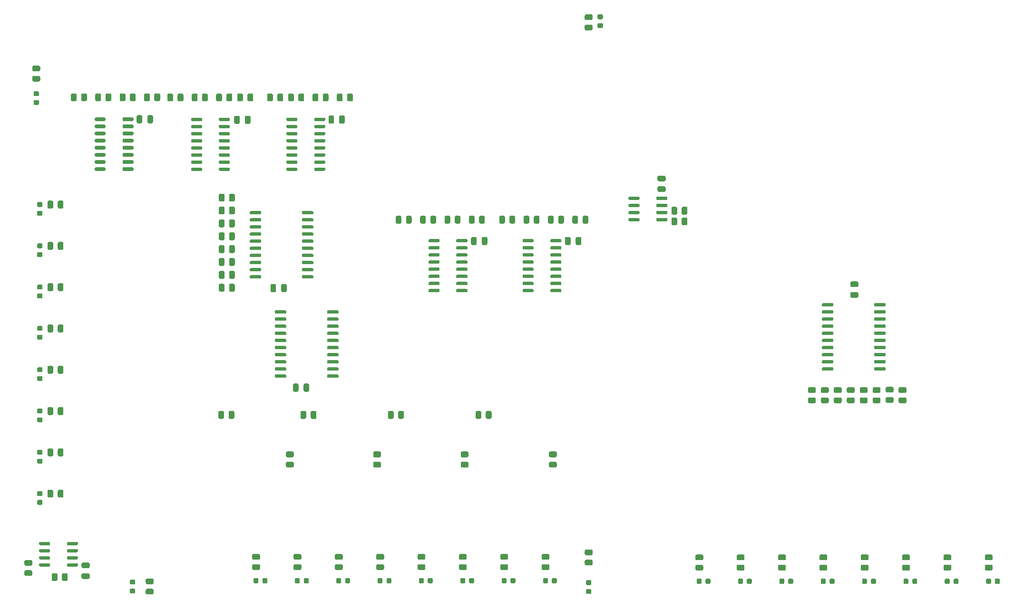
<source format=gbr>
%TF.GenerationSoftware,KiCad,Pcbnew,(5.1.9)-1*%
%TF.CreationDate,2021-02-13T21:43:23+00:00*%
%TF.ProjectId,T24_5_2-BBB,5432345f-355f-4322-9d42-42422e6b6963,rev?*%
%TF.SameCoordinates,Original*%
%TF.FileFunction,Paste,Top*%
%TF.FilePolarity,Positive*%
%FSLAX46Y46*%
G04 Gerber Fmt 4.6, Leading zero omitted, Abs format (unit mm)*
G04 Created by KiCad (PCBNEW (5.1.9)-1) date 2021-02-13 21:43:23*
%MOMM*%
%LPD*%
G01*
G04 APERTURE LIST*
G04 APERTURE END LIST*
%TO.C,C2*%
G36*
G01*
X188415000Y-63540000D02*
X187465000Y-63540000D01*
G75*
G02*
X187215000Y-63290000I0J250000D01*
G01*
X187215000Y-62790000D01*
G75*
G02*
X187465000Y-62540000I250000J0D01*
G01*
X188415000Y-62540000D01*
G75*
G02*
X188665000Y-62790000I0J-250000D01*
G01*
X188665000Y-63290000D01*
G75*
G02*
X188415000Y-63540000I-250000J0D01*
G01*
G37*
G36*
G01*
X188415000Y-65440000D02*
X187465000Y-65440000D01*
G75*
G02*
X187215000Y-65190000I0J250000D01*
G01*
X187215000Y-64690000D01*
G75*
G02*
X187465000Y-64440000I250000J0D01*
G01*
X188415000Y-64440000D01*
G75*
G02*
X188665000Y-64690000I0J-250000D01*
G01*
X188665000Y-65190000D01*
G75*
G02*
X188415000Y-65440000I-250000J0D01*
G01*
G37*
%TD*%
%TO.C,C17*%
G36*
G01*
X222735000Y-82400000D02*
X221785000Y-82400000D01*
G75*
G02*
X221535000Y-82150000I0J250000D01*
G01*
X221535000Y-81650000D01*
G75*
G02*
X221785000Y-81400000I250000J0D01*
G01*
X222735000Y-81400000D01*
G75*
G02*
X222985000Y-81650000I0J-250000D01*
G01*
X222985000Y-82150000D01*
G75*
G02*
X222735000Y-82400000I-250000J0D01*
G01*
G37*
G36*
G01*
X222735000Y-84300000D02*
X221785000Y-84300000D01*
G75*
G02*
X221535000Y-84050000I0J250000D01*
G01*
X221535000Y-83550000D01*
G75*
G02*
X221785000Y-83300000I250000J0D01*
G01*
X222735000Y-83300000D01*
G75*
G02*
X222985000Y-83550000I0J-250000D01*
G01*
X222985000Y-84050000D01*
G75*
G02*
X222735000Y-84300000I-250000J0D01*
G01*
G37*
%TD*%
%TO.C,C9*%
G36*
G01*
X123320000Y-99855000D02*
X123320000Y-100805000D01*
G75*
G02*
X123070000Y-101055000I-250000J0D01*
G01*
X122570000Y-101055000D01*
G75*
G02*
X122320000Y-100805000I0J250000D01*
G01*
X122320000Y-99855000D01*
G75*
G02*
X122570000Y-99605000I250000J0D01*
G01*
X123070000Y-99605000D01*
G75*
G02*
X123320000Y-99855000I0J-250000D01*
G01*
G37*
G36*
G01*
X125220000Y-99855000D02*
X125220000Y-100805000D01*
G75*
G02*
X124970000Y-101055000I-250000J0D01*
G01*
X124470000Y-101055000D01*
G75*
G02*
X124220000Y-100805000I0J250000D01*
G01*
X124220000Y-99855000D01*
G75*
G02*
X124470000Y-99605000I250000J0D01*
G01*
X124970000Y-99605000D01*
G75*
G02*
X125220000Y-99855000I0J-250000D01*
G01*
G37*
%TD*%
%TO.C,C8*%
G36*
G01*
X85885000Y-132510000D02*
X84935000Y-132510000D01*
G75*
G02*
X84685000Y-132260000I0J250000D01*
G01*
X84685000Y-131760000D01*
G75*
G02*
X84935000Y-131510000I250000J0D01*
G01*
X85885000Y-131510000D01*
G75*
G02*
X86135000Y-131760000I0J-250000D01*
G01*
X86135000Y-132260000D01*
G75*
G02*
X85885000Y-132510000I-250000J0D01*
G01*
G37*
G36*
G01*
X85885000Y-134410000D02*
X84935000Y-134410000D01*
G75*
G02*
X84685000Y-134160000I0J250000D01*
G01*
X84685000Y-133660000D01*
G75*
G02*
X84935000Y-133410000I250000J0D01*
G01*
X85885000Y-133410000D01*
G75*
G02*
X86135000Y-133660000I0J-250000D01*
G01*
X86135000Y-134160000D01*
G75*
G02*
X85885000Y-134410000I-250000J0D01*
G01*
G37*
%TD*%
%TO.C,C7*%
G36*
G01*
X171750000Y-73725000D02*
X171750000Y-74675000D01*
G75*
G02*
X171500000Y-74925000I-250000J0D01*
G01*
X171000000Y-74925000D01*
G75*
G02*
X170750000Y-74675000I0J250000D01*
G01*
X170750000Y-73725000D01*
G75*
G02*
X171000000Y-73475000I250000J0D01*
G01*
X171500000Y-73475000D01*
G75*
G02*
X171750000Y-73725000I0J-250000D01*
G01*
G37*
G36*
G01*
X173650000Y-73725000D02*
X173650000Y-74675000D01*
G75*
G02*
X173400000Y-74925000I-250000J0D01*
G01*
X172900000Y-74925000D01*
G75*
G02*
X172650000Y-74675000I0J250000D01*
G01*
X172650000Y-73725000D01*
G75*
G02*
X172900000Y-73475000I250000J0D01*
G01*
X173400000Y-73475000D01*
G75*
G02*
X173650000Y-73725000I0J-250000D01*
G01*
G37*
%TD*%
%TO.C,C6*%
G36*
G01*
X155030000Y-73715000D02*
X155030000Y-74665000D01*
G75*
G02*
X154780000Y-74915000I-250000J0D01*
G01*
X154280000Y-74915000D01*
G75*
G02*
X154030000Y-74665000I0J250000D01*
G01*
X154030000Y-73715000D01*
G75*
G02*
X154280000Y-73465000I250000J0D01*
G01*
X154780000Y-73465000D01*
G75*
G02*
X155030000Y-73715000I0J-250000D01*
G01*
G37*
G36*
G01*
X156930000Y-73715000D02*
X156930000Y-74665000D01*
G75*
G02*
X156680000Y-74915000I-250000J0D01*
G01*
X156180000Y-74915000D01*
G75*
G02*
X155930000Y-74665000I0J250000D01*
G01*
X155930000Y-73715000D01*
G75*
G02*
X156180000Y-73465000I250000J0D01*
G01*
X156680000Y-73465000D01*
G75*
G02*
X156930000Y-73715000I0J-250000D01*
G01*
G37*
%TD*%
%TO.C,C5*%
G36*
G01*
X129640000Y-52075000D02*
X129640000Y-53025000D01*
G75*
G02*
X129390000Y-53275000I-250000J0D01*
G01*
X128890000Y-53275000D01*
G75*
G02*
X128640000Y-53025000I0J250000D01*
G01*
X128640000Y-52075000D01*
G75*
G02*
X128890000Y-51825000I250000J0D01*
G01*
X129390000Y-51825000D01*
G75*
G02*
X129640000Y-52075000I0J-250000D01*
G01*
G37*
G36*
G01*
X131540000Y-52075000D02*
X131540000Y-53025000D01*
G75*
G02*
X131290000Y-53275000I-250000J0D01*
G01*
X130790000Y-53275000D01*
G75*
G02*
X130540000Y-53025000I0J250000D01*
G01*
X130540000Y-52075000D01*
G75*
G02*
X130790000Y-51825000I250000J0D01*
G01*
X131290000Y-51825000D01*
G75*
G02*
X131540000Y-52075000I0J-250000D01*
G01*
G37*
%TD*%
%TO.C,C4*%
G36*
G01*
X112860000Y-52115000D02*
X112860000Y-53065000D01*
G75*
G02*
X112610000Y-53315000I-250000J0D01*
G01*
X112110000Y-53315000D01*
G75*
G02*
X111860000Y-53065000I0J250000D01*
G01*
X111860000Y-52115000D01*
G75*
G02*
X112110000Y-51865000I250000J0D01*
G01*
X112610000Y-51865000D01*
G75*
G02*
X112860000Y-52115000I0J-250000D01*
G01*
G37*
G36*
G01*
X114760000Y-52115000D02*
X114760000Y-53065000D01*
G75*
G02*
X114510000Y-53315000I-250000J0D01*
G01*
X114010000Y-53315000D01*
G75*
G02*
X113760000Y-53065000I0J250000D01*
G01*
X113760000Y-52115000D01*
G75*
G02*
X114010000Y-51865000I250000J0D01*
G01*
X114510000Y-51865000D01*
G75*
G02*
X114760000Y-52115000I0J-250000D01*
G01*
G37*
%TD*%
%TO.C,C3*%
G36*
G01*
X95510000Y-52015000D02*
X95510000Y-52965000D01*
G75*
G02*
X95260000Y-53215000I-250000J0D01*
G01*
X94760000Y-53215000D01*
G75*
G02*
X94510000Y-52965000I0J250000D01*
G01*
X94510000Y-52015000D01*
G75*
G02*
X94760000Y-51765000I250000J0D01*
G01*
X95260000Y-51765000D01*
G75*
G02*
X95510000Y-52015000I0J-250000D01*
G01*
G37*
G36*
G01*
X97410000Y-52015000D02*
X97410000Y-52965000D01*
G75*
G02*
X97160000Y-53215000I-250000J0D01*
G01*
X96660000Y-53215000D01*
G75*
G02*
X96410000Y-52965000I0J250000D01*
G01*
X96410000Y-52015000D01*
G75*
G02*
X96660000Y-51765000I250000J0D01*
G01*
X97160000Y-51765000D01*
G75*
G02*
X97410000Y-52015000I0J-250000D01*
G01*
G37*
%TD*%
%TO.C,C1*%
G36*
G01*
X119310000Y-82105000D02*
X119310000Y-83055000D01*
G75*
G02*
X119060000Y-83305000I-250000J0D01*
G01*
X118560000Y-83305000D01*
G75*
G02*
X118310000Y-83055000I0J250000D01*
G01*
X118310000Y-82105000D01*
G75*
G02*
X118560000Y-81855000I250000J0D01*
G01*
X119060000Y-81855000D01*
G75*
G02*
X119310000Y-82105000I0J-250000D01*
G01*
G37*
G36*
G01*
X121210000Y-82105000D02*
X121210000Y-83055000D01*
G75*
G02*
X120960000Y-83305000I-250000J0D01*
G01*
X120460000Y-83305000D01*
G75*
G02*
X120210000Y-83055000I0J250000D01*
G01*
X120210000Y-82105000D01*
G75*
G02*
X120460000Y-81855000I250000J0D01*
G01*
X120960000Y-81855000D01*
G75*
G02*
X121210000Y-82105000I0J-250000D01*
G01*
G37*
%TD*%
%TO.C,R88*%
G36*
G01*
X190720000Y-68349998D02*
X190720000Y-69250002D01*
G75*
G02*
X190470002Y-69500000I-249998J0D01*
G01*
X189944998Y-69500000D01*
G75*
G02*
X189695000Y-69250002I0J249998D01*
G01*
X189695000Y-68349998D01*
G75*
G02*
X189944998Y-68100000I249998J0D01*
G01*
X190470002Y-68100000D01*
G75*
G02*
X190720000Y-68349998I0J-249998D01*
G01*
G37*
G36*
G01*
X192545000Y-68349998D02*
X192545000Y-69250002D01*
G75*
G02*
X192295002Y-69500000I-249998J0D01*
G01*
X191769998Y-69500000D01*
G75*
G02*
X191520000Y-69250002I0J249998D01*
G01*
X191520000Y-68349998D01*
G75*
G02*
X191769998Y-68100000I249998J0D01*
G01*
X192295002Y-68100000D01*
G75*
G02*
X192545000Y-68349998I0J-249998D01*
G01*
G37*
%TD*%
%TO.C,R75*%
G36*
G01*
X246629802Y-131100000D02*
X245729798Y-131100000D01*
G75*
G02*
X245479800Y-130850002I0J249998D01*
G01*
X245479800Y-130324998D01*
G75*
G02*
X245729798Y-130075000I249998J0D01*
G01*
X246629802Y-130075000D01*
G75*
G02*
X246879800Y-130324998I0J-249998D01*
G01*
X246879800Y-130850002D01*
G75*
G02*
X246629802Y-131100000I-249998J0D01*
G01*
G37*
G36*
G01*
X246629802Y-132925000D02*
X245729798Y-132925000D01*
G75*
G02*
X245479800Y-132675002I0J249998D01*
G01*
X245479800Y-132149998D01*
G75*
G02*
X245729798Y-131900000I249998J0D01*
G01*
X246629802Y-131900000D01*
G75*
G02*
X246879800Y-132149998I0J-249998D01*
G01*
X246879800Y-132675002D01*
G75*
G02*
X246629802Y-132925000I-249998J0D01*
G01*
G37*
%TD*%
%TO.C,R74*%
G36*
G01*
X239269086Y-131100000D02*
X238369082Y-131100000D01*
G75*
G02*
X238119084Y-130850002I0J249998D01*
G01*
X238119084Y-130324998D01*
G75*
G02*
X238369082Y-130075000I249998J0D01*
G01*
X239269086Y-130075000D01*
G75*
G02*
X239519084Y-130324998I0J-249998D01*
G01*
X239519084Y-130850002D01*
G75*
G02*
X239269086Y-131100000I-249998J0D01*
G01*
G37*
G36*
G01*
X239269086Y-132925000D02*
X238369082Y-132925000D01*
G75*
G02*
X238119084Y-132675002I0J249998D01*
G01*
X238119084Y-132149998D01*
G75*
G02*
X238369082Y-131900000I249998J0D01*
G01*
X239269086Y-131900000D01*
G75*
G02*
X239519084Y-132149998I0J-249998D01*
G01*
X239519084Y-132675002D01*
G75*
G02*
X239269086Y-132925000I-249998J0D01*
G01*
G37*
%TD*%
%TO.C,R73*%
G36*
G01*
X231908372Y-131100000D02*
X231008368Y-131100000D01*
G75*
G02*
X230758370Y-130850002I0J249998D01*
G01*
X230758370Y-130324998D01*
G75*
G02*
X231008368Y-130075000I249998J0D01*
G01*
X231908372Y-130075000D01*
G75*
G02*
X232158370Y-130324998I0J-249998D01*
G01*
X232158370Y-130850002D01*
G75*
G02*
X231908372Y-131100000I-249998J0D01*
G01*
G37*
G36*
G01*
X231908372Y-132925000D02*
X231008368Y-132925000D01*
G75*
G02*
X230758370Y-132675002I0J249998D01*
G01*
X230758370Y-132149998D01*
G75*
G02*
X231008368Y-131900000I249998J0D01*
G01*
X231908372Y-131900000D01*
G75*
G02*
X232158370Y-132149998I0J-249998D01*
G01*
X232158370Y-132675002D01*
G75*
G02*
X231908372Y-132925000I-249998J0D01*
G01*
G37*
%TD*%
%TO.C,R72*%
G36*
G01*
X224547658Y-131100000D02*
X223647654Y-131100000D01*
G75*
G02*
X223397656Y-130850002I0J249998D01*
G01*
X223397656Y-130324998D01*
G75*
G02*
X223647654Y-130075000I249998J0D01*
G01*
X224547658Y-130075000D01*
G75*
G02*
X224797656Y-130324998I0J-249998D01*
G01*
X224797656Y-130850002D01*
G75*
G02*
X224547658Y-131100000I-249998J0D01*
G01*
G37*
G36*
G01*
X224547658Y-132925000D02*
X223647654Y-132925000D01*
G75*
G02*
X223397656Y-132675002I0J249998D01*
G01*
X223397656Y-132149998D01*
G75*
G02*
X223647654Y-131900000I249998J0D01*
G01*
X224547658Y-131900000D01*
G75*
G02*
X224797656Y-132149998I0J-249998D01*
G01*
X224797656Y-132675002D01*
G75*
G02*
X224547658Y-132925000I-249998J0D01*
G01*
G37*
%TD*%
%TO.C,R71*%
G36*
G01*
X217186944Y-131100000D02*
X216286940Y-131100000D01*
G75*
G02*
X216036942Y-130850002I0J249998D01*
G01*
X216036942Y-130324998D01*
G75*
G02*
X216286940Y-130075000I249998J0D01*
G01*
X217186944Y-130075000D01*
G75*
G02*
X217436942Y-130324998I0J-249998D01*
G01*
X217436942Y-130850002D01*
G75*
G02*
X217186944Y-131100000I-249998J0D01*
G01*
G37*
G36*
G01*
X217186944Y-132925000D02*
X216286940Y-132925000D01*
G75*
G02*
X216036942Y-132675002I0J249998D01*
G01*
X216036942Y-132149998D01*
G75*
G02*
X216286940Y-131900000I249998J0D01*
G01*
X217186944Y-131900000D01*
G75*
G02*
X217436942Y-132149998I0J-249998D01*
G01*
X217436942Y-132675002D01*
G75*
G02*
X217186944Y-132925000I-249998J0D01*
G01*
G37*
%TD*%
%TO.C,R70*%
G36*
G01*
X209826230Y-131100000D02*
X208926226Y-131100000D01*
G75*
G02*
X208676228Y-130850002I0J249998D01*
G01*
X208676228Y-130324998D01*
G75*
G02*
X208926226Y-130075000I249998J0D01*
G01*
X209826230Y-130075000D01*
G75*
G02*
X210076228Y-130324998I0J-249998D01*
G01*
X210076228Y-130850002D01*
G75*
G02*
X209826230Y-131100000I-249998J0D01*
G01*
G37*
G36*
G01*
X209826230Y-132925000D02*
X208926226Y-132925000D01*
G75*
G02*
X208676228Y-132675002I0J249998D01*
G01*
X208676228Y-132149998D01*
G75*
G02*
X208926226Y-131900000I249998J0D01*
G01*
X209826230Y-131900000D01*
G75*
G02*
X210076228Y-132149998I0J-249998D01*
G01*
X210076228Y-132675002D01*
G75*
G02*
X209826230Y-132925000I-249998J0D01*
G01*
G37*
%TD*%
%TO.C,R69*%
G36*
G01*
X202465516Y-131100000D02*
X201565512Y-131100000D01*
G75*
G02*
X201315514Y-130850002I0J249998D01*
G01*
X201315514Y-130324998D01*
G75*
G02*
X201565512Y-130075000I249998J0D01*
G01*
X202465516Y-130075000D01*
G75*
G02*
X202715514Y-130324998I0J-249998D01*
G01*
X202715514Y-130850002D01*
G75*
G02*
X202465516Y-131100000I-249998J0D01*
G01*
G37*
G36*
G01*
X202465516Y-132925000D02*
X201565512Y-132925000D01*
G75*
G02*
X201315514Y-132675002I0J249998D01*
G01*
X201315514Y-132149998D01*
G75*
G02*
X201565512Y-131900000I249998J0D01*
G01*
X202465516Y-131900000D01*
G75*
G02*
X202715514Y-132149998I0J-249998D01*
G01*
X202715514Y-132675002D01*
G75*
G02*
X202465516Y-132925000I-249998J0D01*
G01*
G37*
%TD*%
%TO.C,R68*%
G36*
G01*
X195104802Y-131100000D02*
X194204798Y-131100000D01*
G75*
G02*
X193954800Y-130850002I0J249998D01*
G01*
X193954800Y-130324998D01*
G75*
G02*
X194204798Y-130075000I249998J0D01*
G01*
X195104802Y-130075000D01*
G75*
G02*
X195354800Y-130324998I0J-249998D01*
G01*
X195354800Y-130850002D01*
G75*
G02*
X195104802Y-131100000I-249998J0D01*
G01*
G37*
G36*
G01*
X195104802Y-132925000D02*
X194204798Y-132925000D01*
G75*
G02*
X193954800Y-132675002I0J249998D01*
G01*
X193954800Y-132149998D01*
G75*
G02*
X194204798Y-131900000I249998J0D01*
G01*
X195104802Y-131900000D01*
G75*
G02*
X195354800Y-132149998I0J-249998D01*
G01*
X195354800Y-132675002D01*
G75*
G02*
X195104802Y-132925000I-249998J0D01*
G01*
G37*
%TD*%
%TO.C,R67*%
G36*
G01*
X167739802Y-131000000D02*
X166839798Y-131000000D01*
G75*
G02*
X166589800Y-130750002I0J249998D01*
G01*
X166589800Y-130224998D01*
G75*
G02*
X166839798Y-129975000I249998J0D01*
G01*
X167739802Y-129975000D01*
G75*
G02*
X167989800Y-130224998I0J-249998D01*
G01*
X167989800Y-130750002D01*
G75*
G02*
X167739802Y-131000000I-249998J0D01*
G01*
G37*
G36*
G01*
X167739802Y-132825000D02*
X166839798Y-132825000D01*
G75*
G02*
X166589800Y-132575002I0J249998D01*
G01*
X166589800Y-132049998D01*
G75*
G02*
X166839798Y-131800000I249998J0D01*
G01*
X167739802Y-131800000D01*
G75*
G02*
X167989800Y-132049998I0J-249998D01*
G01*
X167989800Y-132575002D01*
G75*
G02*
X167739802Y-132825000I-249998J0D01*
G01*
G37*
%TD*%
%TO.C,R66*%
G36*
G01*
X160379086Y-131000000D02*
X159479082Y-131000000D01*
G75*
G02*
X159229084Y-130750002I0J249998D01*
G01*
X159229084Y-130224998D01*
G75*
G02*
X159479082Y-129975000I249998J0D01*
G01*
X160379086Y-129975000D01*
G75*
G02*
X160629084Y-130224998I0J-249998D01*
G01*
X160629084Y-130750002D01*
G75*
G02*
X160379086Y-131000000I-249998J0D01*
G01*
G37*
G36*
G01*
X160379086Y-132825000D02*
X159479082Y-132825000D01*
G75*
G02*
X159229084Y-132575002I0J249998D01*
G01*
X159229084Y-132049998D01*
G75*
G02*
X159479082Y-131800000I249998J0D01*
G01*
X160379086Y-131800000D01*
G75*
G02*
X160629084Y-132049998I0J-249998D01*
G01*
X160629084Y-132575002D01*
G75*
G02*
X160379086Y-132825000I-249998J0D01*
G01*
G37*
%TD*%
%TO.C,R65*%
G36*
G01*
X153018372Y-131000000D02*
X152118368Y-131000000D01*
G75*
G02*
X151868370Y-130750002I0J249998D01*
G01*
X151868370Y-130224998D01*
G75*
G02*
X152118368Y-129975000I249998J0D01*
G01*
X153018372Y-129975000D01*
G75*
G02*
X153268370Y-130224998I0J-249998D01*
G01*
X153268370Y-130750002D01*
G75*
G02*
X153018372Y-131000000I-249998J0D01*
G01*
G37*
G36*
G01*
X153018372Y-132825000D02*
X152118368Y-132825000D01*
G75*
G02*
X151868370Y-132575002I0J249998D01*
G01*
X151868370Y-132049998D01*
G75*
G02*
X152118368Y-131800000I249998J0D01*
G01*
X153018372Y-131800000D01*
G75*
G02*
X153268370Y-132049998I0J-249998D01*
G01*
X153268370Y-132575002D01*
G75*
G02*
X153018372Y-132825000I-249998J0D01*
G01*
G37*
%TD*%
%TO.C,R64*%
G36*
G01*
X145657658Y-131000000D02*
X144757654Y-131000000D01*
G75*
G02*
X144507656Y-130750002I0J249998D01*
G01*
X144507656Y-130224998D01*
G75*
G02*
X144757654Y-129975000I249998J0D01*
G01*
X145657658Y-129975000D01*
G75*
G02*
X145907656Y-130224998I0J-249998D01*
G01*
X145907656Y-130750002D01*
G75*
G02*
X145657658Y-131000000I-249998J0D01*
G01*
G37*
G36*
G01*
X145657658Y-132825000D02*
X144757654Y-132825000D01*
G75*
G02*
X144507656Y-132575002I0J249998D01*
G01*
X144507656Y-132049998D01*
G75*
G02*
X144757654Y-131800000I249998J0D01*
G01*
X145657658Y-131800000D01*
G75*
G02*
X145907656Y-132049998I0J-249998D01*
G01*
X145907656Y-132575002D01*
G75*
G02*
X145657658Y-132825000I-249998J0D01*
G01*
G37*
%TD*%
%TO.C,R63*%
G36*
G01*
X138296944Y-131000000D02*
X137396940Y-131000000D01*
G75*
G02*
X137146942Y-130750002I0J249998D01*
G01*
X137146942Y-130224998D01*
G75*
G02*
X137396940Y-129975000I249998J0D01*
G01*
X138296944Y-129975000D01*
G75*
G02*
X138546942Y-130224998I0J-249998D01*
G01*
X138546942Y-130750002D01*
G75*
G02*
X138296944Y-131000000I-249998J0D01*
G01*
G37*
G36*
G01*
X138296944Y-132825000D02*
X137396940Y-132825000D01*
G75*
G02*
X137146942Y-132575002I0J249998D01*
G01*
X137146942Y-132049998D01*
G75*
G02*
X137396940Y-131800000I249998J0D01*
G01*
X138296944Y-131800000D01*
G75*
G02*
X138546942Y-132049998I0J-249998D01*
G01*
X138546942Y-132575002D01*
G75*
G02*
X138296944Y-132825000I-249998J0D01*
G01*
G37*
%TD*%
%TO.C,R62*%
G36*
G01*
X130936230Y-131000000D02*
X130036226Y-131000000D01*
G75*
G02*
X129786228Y-130750002I0J249998D01*
G01*
X129786228Y-130224998D01*
G75*
G02*
X130036226Y-129975000I249998J0D01*
G01*
X130936230Y-129975000D01*
G75*
G02*
X131186228Y-130224998I0J-249998D01*
G01*
X131186228Y-130750002D01*
G75*
G02*
X130936230Y-131000000I-249998J0D01*
G01*
G37*
G36*
G01*
X130936230Y-132825000D02*
X130036226Y-132825000D01*
G75*
G02*
X129786228Y-132575002I0J249998D01*
G01*
X129786228Y-132049998D01*
G75*
G02*
X130036226Y-131800000I249998J0D01*
G01*
X130936230Y-131800000D01*
G75*
G02*
X131186228Y-132049998I0J-249998D01*
G01*
X131186228Y-132575002D01*
G75*
G02*
X130936230Y-132825000I-249998J0D01*
G01*
G37*
%TD*%
%TO.C,R61*%
G36*
G01*
X123575516Y-131000000D02*
X122675512Y-131000000D01*
G75*
G02*
X122425514Y-130750002I0J249998D01*
G01*
X122425514Y-130224998D01*
G75*
G02*
X122675512Y-129975000I249998J0D01*
G01*
X123575516Y-129975000D01*
G75*
G02*
X123825514Y-130224998I0J-249998D01*
G01*
X123825514Y-130750002D01*
G75*
G02*
X123575516Y-131000000I-249998J0D01*
G01*
G37*
G36*
G01*
X123575516Y-132825000D02*
X122675512Y-132825000D01*
G75*
G02*
X122425514Y-132575002I0J249998D01*
G01*
X122425514Y-132049998D01*
G75*
G02*
X122675512Y-131800000I249998J0D01*
G01*
X123575516Y-131800000D01*
G75*
G02*
X123825514Y-132049998I0J-249998D01*
G01*
X123825514Y-132575002D01*
G75*
G02*
X123575516Y-132825000I-249998J0D01*
G01*
G37*
%TD*%
%TO.C,R60*%
G36*
G01*
X116214802Y-131000000D02*
X115314798Y-131000000D01*
G75*
G02*
X115064800Y-130750002I0J249998D01*
G01*
X115064800Y-130224998D01*
G75*
G02*
X115314798Y-129975000I249998J0D01*
G01*
X116214802Y-129975000D01*
G75*
G02*
X116464800Y-130224998I0J-249998D01*
G01*
X116464800Y-130750002D01*
G75*
G02*
X116214802Y-131000000I-249998J0D01*
G01*
G37*
G36*
G01*
X116214802Y-132825000D02*
X115314798Y-132825000D01*
G75*
G02*
X115064800Y-132575002I0J249998D01*
G01*
X115064800Y-132049998D01*
G75*
G02*
X115314798Y-131800000I249998J0D01*
G01*
X116214802Y-131800000D01*
G75*
G02*
X116464800Y-132049998I0J-249998D01*
G01*
X116464800Y-132575002D01*
G75*
G02*
X116214802Y-132825000I-249998J0D01*
G01*
G37*
%TD*%
%TO.C,R59*%
G36*
G01*
X80449286Y-119675002D02*
X80449286Y-118774998D01*
G75*
G02*
X80699284Y-118525000I249998J0D01*
G01*
X81224288Y-118525000D01*
G75*
G02*
X81474286Y-118774998I0J-249998D01*
G01*
X81474286Y-119675002D01*
G75*
G02*
X81224288Y-119925000I-249998J0D01*
G01*
X80699284Y-119925000D01*
G75*
G02*
X80449286Y-119675002I0J249998D01*
G01*
G37*
G36*
G01*
X78624286Y-119675002D02*
X78624286Y-118774998D01*
G75*
G02*
X78874284Y-118525000I249998J0D01*
G01*
X79399288Y-118525000D01*
G75*
G02*
X79649286Y-118774998I0J-249998D01*
G01*
X79649286Y-119675002D01*
G75*
G02*
X79399288Y-119925000I-249998J0D01*
G01*
X78874284Y-119925000D01*
G75*
G02*
X78624286Y-119675002I0J249998D01*
G01*
G37*
%TD*%
%TO.C,R58*%
G36*
G01*
X80449286Y-112314286D02*
X80449286Y-111414282D01*
G75*
G02*
X80699284Y-111164284I249998J0D01*
G01*
X81224288Y-111164284D01*
G75*
G02*
X81474286Y-111414282I0J-249998D01*
G01*
X81474286Y-112314286D01*
G75*
G02*
X81224288Y-112564284I-249998J0D01*
G01*
X80699284Y-112564284D01*
G75*
G02*
X80449286Y-112314286I0J249998D01*
G01*
G37*
G36*
G01*
X78624286Y-112314286D02*
X78624286Y-111414282D01*
G75*
G02*
X78874284Y-111164284I249998J0D01*
G01*
X79399288Y-111164284D01*
G75*
G02*
X79649286Y-111414282I0J-249998D01*
G01*
X79649286Y-112314286D01*
G75*
G02*
X79399288Y-112564284I-249998J0D01*
G01*
X78874284Y-112564284D01*
G75*
G02*
X78624286Y-112314286I0J249998D01*
G01*
G37*
%TD*%
%TO.C,R57*%
G36*
G01*
X80449286Y-104953572D02*
X80449286Y-104053568D01*
G75*
G02*
X80699284Y-103803570I249998J0D01*
G01*
X81224288Y-103803570D01*
G75*
G02*
X81474286Y-104053568I0J-249998D01*
G01*
X81474286Y-104953572D01*
G75*
G02*
X81224288Y-105203570I-249998J0D01*
G01*
X80699284Y-105203570D01*
G75*
G02*
X80449286Y-104953572I0J249998D01*
G01*
G37*
G36*
G01*
X78624286Y-104953572D02*
X78624286Y-104053568D01*
G75*
G02*
X78874284Y-103803570I249998J0D01*
G01*
X79399288Y-103803570D01*
G75*
G02*
X79649286Y-104053568I0J-249998D01*
G01*
X79649286Y-104953572D01*
G75*
G02*
X79399288Y-105203570I-249998J0D01*
G01*
X78874284Y-105203570D01*
G75*
G02*
X78624286Y-104953572I0J249998D01*
G01*
G37*
%TD*%
%TO.C,R56*%
G36*
G01*
X80449286Y-97592858D02*
X80449286Y-96692854D01*
G75*
G02*
X80699284Y-96442856I249998J0D01*
G01*
X81224288Y-96442856D01*
G75*
G02*
X81474286Y-96692854I0J-249998D01*
G01*
X81474286Y-97592858D01*
G75*
G02*
X81224288Y-97842856I-249998J0D01*
G01*
X80699284Y-97842856D01*
G75*
G02*
X80449286Y-97592858I0J249998D01*
G01*
G37*
G36*
G01*
X78624286Y-97592858D02*
X78624286Y-96692854D01*
G75*
G02*
X78874284Y-96442856I249998J0D01*
G01*
X79399288Y-96442856D01*
G75*
G02*
X79649286Y-96692854I0J-249998D01*
G01*
X79649286Y-97592858D01*
G75*
G02*
X79399288Y-97842856I-249998J0D01*
G01*
X78874284Y-97842856D01*
G75*
G02*
X78624286Y-97592858I0J249998D01*
G01*
G37*
%TD*%
%TO.C,R55*%
G36*
G01*
X80449286Y-90232144D02*
X80449286Y-89332140D01*
G75*
G02*
X80699284Y-89082142I249998J0D01*
G01*
X81224288Y-89082142D01*
G75*
G02*
X81474286Y-89332140I0J-249998D01*
G01*
X81474286Y-90232144D01*
G75*
G02*
X81224288Y-90482142I-249998J0D01*
G01*
X80699284Y-90482142D01*
G75*
G02*
X80449286Y-90232144I0J249998D01*
G01*
G37*
G36*
G01*
X78624286Y-90232144D02*
X78624286Y-89332140D01*
G75*
G02*
X78874284Y-89082142I249998J0D01*
G01*
X79399288Y-89082142D01*
G75*
G02*
X79649286Y-89332140I0J-249998D01*
G01*
X79649286Y-90232144D01*
G75*
G02*
X79399288Y-90482142I-249998J0D01*
G01*
X78874284Y-90482142D01*
G75*
G02*
X78624286Y-90232144I0J249998D01*
G01*
G37*
%TD*%
%TO.C,R54*%
G36*
G01*
X80449286Y-82871430D02*
X80449286Y-81971426D01*
G75*
G02*
X80699284Y-81721428I249998J0D01*
G01*
X81224288Y-81721428D01*
G75*
G02*
X81474286Y-81971426I0J-249998D01*
G01*
X81474286Y-82871430D01*
G75*
G02*
X81224288Y-83121428I-249998J0D01*
G01*
X80699284Y-83121428D01*
G75*
G02*
X80449286Y-82871430I0J249998D01*
G01*
G37*
G36*
G01*
X78624286Y-82871430D02*
X78624286Y-81971426D01*
G75*
G02*
X78874284Y-81721428I249998J0D01*
G01*
X79399288Y-81721428D01*
G75*
G02*
X79649286Y-81971426I0J-249998D01*
G01*
X79649286Y-82871430D01*
G75*
G02*
X79399288Y-83121428I-249998J0D01*
G01*
X78874284Y-83121428D01*
G75*
G02*
X78624286Y-82871430I0J249998D01*
G01*
G37*
%TD*%
%TO.C,R53*%
G36*
G01*
X80449286Y-75510716D02*
X80449286Y-74610712D01*
G75*
G02*
X80699284Y-74360714I249998J0D01*
G01*
X81224288Y-74360714D01*
G75*
G02*
X81474286Y-74610712I0J-249998D01*
G01*
X81474286Y-75510716D01*
G75*
G02*
X81224288Y-75760714I-249998J0D01*
G01*
X80699284Y-75760714D01*
G75*
G02*
X80449286Y-75510716I0J249998D01*
G01*
G37*
G36*
G01*
X78624286Y-75510716D02*
X78624286Y-74610712D01*
G75*
G02*
X78874284Y-74360714I249998J0D01*
G01*
X79399288Y-74360714D01*
G75*
G02*
X79649286Y-74610712I0J-249998D01*
G01*
X79649286Y-75510716D01*
G75*
G02*
X79399288Y-75760714I-249998J0D01*
G01*
X78874284Y-75760714D01*
G75*
G02*
X78624286Y-75510716I0J249998D01*
G01*
G37*
%TD*%
%TO.C,R52*%
G36*
G01*
X80449286Y-68150002D02*
X80449286Y-67249998D01*
G75*
G02*
X80699284Y-67000000I249998J0D01*
G01*
X81224288Y-67000000D01*
G75*
G02*
X81474286Y-67249998I0J-249998D01*
G01*
X81474286Y-68150002D01*
G75*
G02*
X81224288Y-68400000I-249998J0D01*
G01*
X80699284Y-68400000D01*
G75*
G02*
X80449286Y-68150002I0J249998D01*
G01*
G37*
G36*
G01*
X78624286Y-68150002D02*
X78624286Y-67249998D01*
G75*
G02*
X78874284Y-67000000I249998J0D01*
G01*
X79399288Y-67000000D01*
G75*
G02*
X79649286Y-67249998I0J-249998D01*
G01*
X79649286Y-68150002D01*
G75*
G02*
X79399288Y-68400000I-249998J0D01*
G01*
X78874284Y-68400000D01*
G75*
G02*
X78624286Y-68150002I0J249998D01*
G01*
G37*
%TD*%
%TO.C,R51*%
G36*
G01*
X81200000Y-134550002D02*
X81200000Y-133649998D01*
G75*
G02*
X81449998Y-133400000I249998J0D01*
G01*
X81975002Y-133400000D01*
G75*
G02*
X82225000Y-133649998I0J-249998D01*
G01*
X82225000Y-134550002D01*
G75*
G02*
X81975002Y-134800000I-249998J0D01*
G01*
X81449998Y-134800000D01*
G75*
G02*
X81200000Y-134550002I0J249998D01*
G01*
G37*
G36*
G01*
X79375000Y-134550002D02*
X79375000Y-133649998D01*
G75*
G02*
X79624998Y-133400000I249998J0D01*
G01*
X80150002Y-133400000D01*
G75*
G02*
X80400000Y-133649998I0J-249998D01*
G01*
X80400000Y-134550002D01*
G75*
G02*
X80150002Y-134800000I-249998J0D01*
G01*
X79624998Y-134800000D01*
G75*
G02*
X79375000Y-134550002I0J249998D01*
G01*
G37*
%TD*%
%TO.C,R50*%
G36*
G01*
X74765998Y-132868000D02*
X75666002Y-132868000D01*
G75*
G02*
X75916000Y-133117998I0J-249998D01*
G01*
X75916000Y-133643002D01*
G75*
G02*
X75666002Y-133893000I-249998J0D01*
G01*
X74765998Y-133893000D01*
G75*
G02*
X74516000Y-133643002I0J249998D01*
G01*
X74516000Y-133117998D01*
G75*
G02*
X74765998Y-132868000I249998J0D01*
G01*
G37*
G36*
G01*
X74765998Y-131043000D02*
X75666002Y-131043000D01*
G75*
G02*
X75916000Y-131292998I0J-249998D01*
G01*
X75916000Y-131818002D01*
G75*
G02*
X75666002Y-132068000I-249998J0D01*
G01*
X74765998Y-132068000D01*
G75*
G02*
X74516000Y-131818002I0J249998D01*
G01*
X74516000Y-131292998D01*
G75*
G02*
X74765998Y-131043000I249998J0D01*
G01*
G37*
%TD*%
%TO.C,R49*%
G36*
G01*
X119558000Y-49060002D02*
X119558000Y-48159998D01*
G75*
G02*
X119807998Y-47910000I249998J0D01*
G01*
X120333002Y-47910000D01*
G75*
G02*
X120583000Y-48159998I0J-249998D01*
G01*
X120583000Y-49060002D01*
G75*
G02*
X120333002Y-49310000I-249998J0D01*
G01*
X119807998Y-49310000D01*
G75*
G02*
X119558000Y-49060002I0J249998D01*
G01*
G37*
G36*
G01*
X117733000Y-49060002D02*
X117733000Y-48159998D01*
G75*
G02*
X117982998Y-47910000I249998J0D01*
G01*
X118508002Y-47910000D01*
G75*
G02*
X118758000Y-48159998I0J-249998D01*
G01*
X118758000Y-49060002D01*
G75*
G02*
X118508002Y-49310000I-249998J0D01*
G01*
X117982998Y-49310000D01*
G75*
G02*
X117733000Y-49060002I0J249998D01*
G01*
G37*
%TD*%
%TO.C,R48*%
G36*
G01*
X131170000Y-48159998D02*
X131170000Y-49060002D01*
G75*
G02*
X130920002Y-49310000I-249998J0D01*
G01*
X130394998Y-49310000D01*
G75*
G02*
X130145000Y-49060002I0J249998D01*
G01*
X130145000Y-48159998D01*
G75*
G02*
X130394998Y-47910000I249998J0D01*
G01*
X130920002Y-47910000D01*
G75*
G02*
X131170000Y-48159998I0J-249998D01*
G01*
G37*
G36*
G01*
X132995000Y-48159998D02*
X132995000Y-49060002D01*
G75*
G02*
X132745002Y-49310000I-249998J0D01*
G01*
X132219998Y-49310000D01*
G75*
G02*
X131970000Y-49060002I0J249998D01*
G01*
X131970000Y-48159998D01*
G75*
G02*
X132219998Y-47910000I249998J0D01*
G01*
X132745002Y-47910000D01*
G75*
G02*
X132995000Y-48159998I0J-249998D01*
G01*
G37*
%TD*%
%TO.C,R47*%
G36*
G01*
X101795000Y-49060002D02*
X101795000Y-48159998D01*
G75*
G02*
X102044998Y-47910000I249998J0D01*
G01*
X102570002Y-47910000D01*
G75*
G02*
X102820000Y-48159998I0J-249998D01*
G01*
X102820000Y-49060002D01*
G75*
G02*
X102570002Y-49310000I-249998J0D01*
G01*
X102044998Y-49310000D01*
G75*
G02*
X101795000Y-49060002I0J249998D01*
G01*
G37*
G36*
G01*
X99970000Y-49060002D02*
X99970000Y-48159998D01*
G75*
G02*
X100219998Y-47910000I249998J0D01*
G01*
X100745002Y-47910000D01*
G75*
G02*
X100995000Y-48159998I0J-249998D01*
G01*
X100995000Y-49060002D01*
G75*
G02*
X100745002Y-49310000I-249998J0D01*
G01*
X100219998Y-49310000D01*
G75*
G02*
X99970000Y-49060002I0J249998D01*
G01*
G37*
%TD*%
%TO.C,R46*%
G36*
G01*
X113424000Y-48159998D02*
X113424000Y-49060002D01*
G75*
G02*
X113174002Y-49310000I-249998J0D01*
G01*
X112648998Y-49310000D01*
G75*
G02*
X112399000Y-49060002I0J249998D01*
G01*
X112399000Y-48159998D01*
G75*
G02*
X112648998Y-47910000I249998J0D01*
G01*
X113174002Y-47910000D01*
G75*
G02*
X113424000Y-48159998I0J-249998D01*
G01*
G37*
G36*
G01*
X115249000Y-48159998D02*
X115249000Y-49060002D01*
G75*
G02*
X114999002Y-49310000I-249998J0D01*
G01*
X114473998Y-49310000D01*
G75*
G02*
X114224000Y-49060002I0J249998D01*
G01*
X114224000Y-48159998D01*
G75*
G02*
X114473998Y-47910000I249998J0D01*
G01*
X114999002Y-47910000D01*
G75*
G02*
X115249000Y-48159998I0J-249998D01*
G01*
G37*
%TD*%
%TO.C,R45*%
G36*
G01*
X126828332Y-48159998D02*
X126828332Y-49060002D01*
G75*
G02*
X126578334Y-49310000I-249998J0D01*
G01*
X126053330Y-49310000D01*
G75*
G02*
X125803332Y-49060002I0J249998D01*
G01*
X125803332Y-48159998D01*
G75*
G02*
X126053330Y-47910000I249998J0D01*
G01*
X126578334Y-47910000D01*
G75*
G02*
X126828332Y-48159998I0J-249998D01*
G01*
G37*
G36*
G01*
X128653332Y-48159998D02*
X128653332Y-49060002D01*
G75*
G02*
X128403334Y-49310000I-249998J0D01*
G01*
X127878330Y-49310000D01*
G75*
G02*
X127628332Y-49060002I0J249998D01*
G01*
X127628332Y-48159998D01*
G75*
G02*
X127878330Y-47910000I249998J0D01*
G01*
X128403334Y-47910000D01*
G75*
G02*
X128653332Y-48159998I0J-249998D01*
G01*
G37*
%TD*%
%TO.C,R44*%
G36*
G01*
X122486666Y-48159998D02*
X122486666Y-49060002D01*
G75*
G02*
X122236668Y-49310000I-249998J0D01*
G01*
X121711664Y-49310000D01*
G75*
G02*
X121461666Y-49060002I0J249998D01*
G01*
X121461666Y-48159998D01*
G75*
G02*
X121711664Y-47910000I249998J0D01*
G01*
X122236668Y-47910000D01*
G75*
G02*
X122486666Y-48159998I0J-249998D01*
G01*
G37*
G36*
G01*
X124311666Y-48159998D02*
X124311666Y-49060002D01*
G75*
G02*
X124061668Y-49310000I-249998J0D01*
G01*
X123536664Y-49310000D01*
G75*
G02*
X123286666Y-49060002I0J249998D01*
G01*
X123286666Y-48159998D01*
G75*
G02*
X123536664Y-47910000I249998J0D01*
G01*
X124061668Y-47910000D01*
G75*
G02*
X124311666Y-48159998I0J-249998D01*
G01*
G37*
%TD*%
%TO.C,R43*%
G36*
G01*
X109678332Y-48159998D02*
X109678332Y-49060002D01*
G75*
G02*
X109428334Y-49310000I-249998J0D01*
G01*
X108903330Y-49310000D01*
G75*
G02*
X108653332Y-49060002I0J249998D01*
G01*
X108653332Y-48159998D01*
G75*
G02*
X108903330Y-47910000I249998J0D01*
G01*
X109428334Y-47910000D01*
G75*
G02*
X109678332Y-48159998I0J-249998D01*
G01*
G37*
G36*
G01*
X111503332Y-48159998D02*
X111503332Y-49060002D01*
G75*
G02*
X111253334Y-49310000I-249998J0D01*
G01*
X110728330Y-49310000D01*
G75*
G02*
X110478332Y-49060002I0J249998D01*
G01*
X110478332Y-48159998D01*
G75*
G02*
X110728330Y-47910000I249998J0D01*
G01*
X111253334Y-47910000D01*
G75*
G02*
X111503332Y-48159998I0J-249998D01*
G01*
G37*
%TD*%
%TO.C,R42*%
G36*
G01*
X105336666Y-48159998D02*
X105336666Y-49060002D01*
G75*
G02*
X105086668Y-49310000I-249998J0D01*
G01*
X104561664Y-49310000D01*
G75*
G02*
X104311666Y-49060002I0J249998D01*
G01*
X104311666Y-48159998D01*
G75*
G02*
X104561664Y-47910000I249998J0D01*
G01*
X105086668Y-47910000D01*
G75*
G02*
X105336666Y-48159998I0J-249998D01*
G01*
G37*
G36*
G01*
X107161666Y-48159998D02*
X107161666Y-49060002D01*
G75*
G02*
X106911668Y-49310000I-249998J0D01*
G01*
X106386664Y-49310000D01*
G75*
G02*
X106136666Y-49060002I0J249998D01*
G01*
X106136666Y-48159998D01*
G75*
G02*
X106386664Y-47910000I249998J0D01*
G01*
X106911668Y-47910000D01*
G75*
G02*
X107161666Y-48159998I0J-249998D01*
G01*
G37*
%TD*%
%TO.C,R41*%
G36*
G01*
X84620000Y-49035002D02*
X84620000Y-48134998D01*
G75*
G02*
X84869998Y-47885000I249998J0D01*
G01*
X85395002Y-47885000D01*
G75*
G02*
X85645000Y-48134998I0J-249998D01*
G01*
X85645000Y-49035002D01*
G75*
G02*
X85395002Y-49285000I-249998J0D01*
G01*
X84869998Y-49285000D01*
G75*
G02*
X84620000Y-49035002I0J249998D01*
G01*
G37*
G36*
G01*
X82795000Y-49035002D02*
X82795000Y-48134998D01*
G75*
G02*
X83044998Y-47885000I249998J0D01*
G01*
X83570002Y-47885000D01*
G75*
G02*
X83820000Y-48134998I0J-249998D01*
G01*
X83820000Y-49035002D01*
G75*
G02*
X83570002Y-49285000I-249998J0D01*
G01*
X83044998Y-49285000D01*
G75*
G02*
X82795000Y-49035002I0J249998D01*
G01*
G37*
%TD*%
%TO.C,R40*%
G36*
G01*
X96845000Y-48134998D02*
X96845000Y-49035002D01*
G75*
G02*
X96595002Y-49285000I-249998J0D01*
G01*
X96069998Y-49285000D01*
G75*
G02*
X95820000Y-49035002I0J249998D01*
G01*
X95820000Y-48134998D01*
G75*
G02*
X96069998Y-47885000I249998J0D01*
G01*
X96595002Y-47885000D01*
G75*
G02*
X96845000Y-48134998I0J-249998D01*
G01*
G37*
G36*
G01*
X98670000Y-48134998D02*
X98670000Y-49035002D01*
G75*
G02*
X98420002Y-49285000I-249998J0D01*
G01*
X97894998Y-49285000D01*
G75*
G02*
X97645000Y-49035002I0J249998D01*
G01*
X97645000Y-48134998D01*
G75*
G02*
X97894998Y-47885000I249998J0D01*
G01*
X98420002Y-47885000D01*
G75*
G02*
X98670000Y-48134998I0J-249998D01*
G01*
G37*
%TD*%
%TO.C,R39*%
G36*
G01*
X160860000Y-70840002D02*
X160860000Y-69939998D01*
G75*
G02*
X161109998Y-69690000I249998J0D01*
G01*
X161635002Y-69690000D01*
G75*
G02*
X161885000Y-69939998I0J-249998D01*
G01*
X161885000Y-70840002D01*
G75*
G02*
X161635002Y-71090000I-249998J0D01*
G01*
X161109998Y-71090000D01*
G75*
G02*
X160860000Y-70840002I0J249998D01*
G01*
G37*
G36*
G01*
X159035000Y-70840002D02*
X159035000Y-69939998D01*
G75*
G02*
X159284998Y-69690000I249998J0D01*
G01*
X159810002Y-69690000D01*
G75*
G02*
X160060000Y-69939998I0J-249998D01*
G01*
X160060000Y-70840002D01*
G75*
G02*
X159810002Y-71090000I-249998J0D01*
G01*
X159284998Y-71090000D01*
G75*
G02*
X159035000Y-70840002I0J249998D01*
G01*
G37*
%TD*%
%TO.C,R38*%
G36*
G01*
X173085000Y-69939998D02*
X173085000Y-70840002D01*
G75*
G02*
X172835002Y-71090000I-249998J0D01*
G01*
X172309998Y-71090000D01*
G75*
G02*
X172060000Y-70840002I0J249998D01*
G01*
X172060000Y-69939998D01*
G75*
G02*
X172309998Y-69690000I249998J0D01*
G01*
X172835002Y-69690000D01*
G75*
G02*
X173085000Y-69939998I0J-249998D01*
G01*
G37*
G36*
G01*
X174910000Y-69939998D02*
X174910000Y-70840002D01*
G75*
G02*
X174660002Y-71090000I-249998J0D01*
G01*
X174134998Y-71090000D01*
G75*
G02*
X173885000Y-70840002I0J249998D01*
G01*
X173885000Y-69939998D01*
G75*
G02*
X174134998Y-69690000I249998J0D01*
G01*
X174660002Y-69690000D01*
G75*
G02*
X174910000Y-69939998I0J-249998D01*
G01*
G37*
%TD*%
%TO.C,R37*%
G36*
G01*
X142440000Y-70840002D02*
X142440000Y-69939998D01*
G75*
G02*
X142689998Y-69690000I249998J0D01*
G01*
X143215002Y-69690000D01*
G75*
G02*
X143465000Y-69939998I0J-249998D01*
G01*
X143465000Y-70840002D01*
G75*
G02*
X143215002Y-71090000I-249998J0D01*
G01*
X142689998Y-71090000D01*
G75*
G02*
X142440000Y-70840002I0J249998D01*
G01*
G37*
G36*
G01*
X140615000Y-70840002D02*
X140615000Y-69939998D01*
G75*
G02*
X140864998Y-69690000I249998J0D01*
G01*
X141390002Y-69690000D01*
G75*
G02*
X141640000Y-69939998I0J-249998D01*
G01*
X141640000Y-70840002D01*
G75*
G02*
X141390002Y-71090000I-249998J0D01*
G01*
X140864998Y-71090000D01*
G75*
G02*
X140615000Y-70840002I0J249998D01*
G01*
G37*
%TD*%
%TO.C,R36*%
G36*
G01*
X154665000Y-69939998D02*
X154665000Y-70840002D01*
G75*
G02*
X154415002Y-71090000I-249998J0D01*
G01*
X153889998Y-71090000D01*
G75*
G02*
X153640000Y-70840002I0J249998D01*
G01*
X153640000Y-69939998D01*
G75*
G02*
X153889998Y-69690000I249998J0D01*
G01*
X154415002Y-69690000D01*
G75*
G02*
X154665000Y-69939998I0J-249998D01*
G01*
G37*
G36*
G01*
X156490000Y-69939998D02*
X156490000Y-70840002D01*
G75*
G02*
X156240002Y-71090000I-249998J0D01*
G01*
X155714998Y-71090000D01*
G75*
G02*
X155465000Y-70840002I0J249998D01*
G01*
X155465000Y-69939998D01*
G75*
G02*
X155714998Y-69690000I249998J0D01*
G01*
X156240002Y-69690000D01*
G75*
G02*
X156490000Y-69939998I0J-249998D01*
G01*
G37*
%TD*%
%TO.C,R35*%
G36*
G01*
X92503332Y-48134998D02*
X92503332Y-49035002D01*
G75*
G02*
X92253334Y-49285000I-249998J0D01*
G01*
X91728330Y-49285000D01*
G75*
G02*
X91478332Y-49035002I0J249998D01*
G01*
X91478332Y-48134998D01*
G75*
G02*
X91728330Y-47885000I249998J0D01*
G01*
X92253334Y-47885000D01*
G75*
G02*
X92503332Y-48134998I0J-249998D01*
G01*
G37*
G36*
G01*
X94328332Y-48134998D02*
X94328332Y-49035002D01*
G75*
G02*
X94078334Y-49285000I-249998J0D01*
G01*
X93553330Y-49285000D01*
G75*
G02*
X93303332Y-49035002I0J249998D01*
G01*
X93303332Y-48134998D01*
G75*
G02*
X93553330Y-47885000I249998J0D01*
G01*
X94078334Y-47885000D01*
G75*
G02*
X94328332Y-48134998I0J-249998D01*
G01*
G37*
%TD*%
%TO.C,R34*%
G36*
G01*
X88161666Y-48134998D02*
X88161666Y-49035002D01*
G75*
G02*
X87911668Y-49285000I-249998J0D01*
G01*
X87386664Y-49285000D01*
G75*
G02*
X87136666Y-49035002I0J249998D01*
G01*
X87136666Y-48134998D01*
G75*
G02*
X87386664Y-47885000I249998J0D01*
G01*
X87911668Y-47885000D01*
G75*
G02*
X88161666Y-48134998I0J-249998D01*
G01*
G37*
G36*
G01*
X89986666Y-48134998D02*
X89986666Y-49035002D01*
G75*
G02*
X89736668Y-49285000I-249998J0D01*
G01*
X89211664Y-49285000D01*
G75*
G02*
X88961666Y-49035002I0J249998D01*
G01*
X88961666Y-48134998D01*
G75*
G02*
X89211664Y-47885000I249998J0D01*
G01*
X89736668Y-47885000D01*
G75*
G02*
X89986666Y-48134998I0J-249998D01*
G01*
G37*
%TD*%
%TO.C,R33*%
G36*
G01*
X168743332Y-69939998D02*
X168743332Y-70840002D01*
G75*
G02*
X168493334Y-71090000I-249998J0D01*
G01*
X167968330Y-71090000D01*
G75*
G02*
X167718332Y-70840002I0J249998D01*
G01*
X167718332Y-69939998D01*
G75*
G02*
X167968330Y-69690000I249998J0D01*
G01*
X168493334Y-69690000D01*
G75*
G02*
X168743332Y-69939998I0J-249998D01*
G01*
G37*
G36*
G01*
X170568332Y-69939998D02*
X170568332Y-70840002D01*
G75*
G02*
X170318334Y-71090000I-249998J0D01*
G01*
X169793330Y-71090000D01*
G75*
G02*
X169543332Y-70840002I0J249998D01*
G01*
X169543332Y-69939998D01*
G75*
G02*
X169793330Y-69690000I249998J0D01*
G01*
X170318334Y-69690000D01*
G75*
G02*
X170568332Y-69939998I0J-249998D01*
G01*
G37*
%TD*%
%TO.C,R32*%
G36*
G01*
X164401666Y-69939998D02*
X164401666Y-70840002D01*
G75*
G02*
X164151668Y-71090000I-249998J0D01*
G01*
X163626664Y-71090000D01*
G75*
G02*
X163376666Y-70840002I0J249998D01*
G01*
X163376666Y-69939998D01*
G75*
G02*
X163626664Y-69690000I249998J0D01*
G01*
X164151668Y-69690000D01*
G75*
G02*
X164401666Y-69939998I0J-249998D01*
G01*
G37*
G36*
G01*
X166226666Y-69939998D02*
X166226666Y-70840002D01*
G75*
G02*
X165976668Y-71090000I-249998J0D01*
G01*
X165451664Y-71090000D01*
G75*
G02*
X165201666Y-70840002I0J249998D01*
G01*
X165201666Y-69939998D01*
G75*
G02*
X165451664Y-69690000I249998J0D01*
G01*
X165976668Y-69690000D01*
G75*
G02*
X166226666Y-69939998I0J-249998D01*
G01*
G37*
%TD*%
%TO.C,R31*%
G36*
G01*
X150323332Y-69939998D02*
X150323332Y-70840002D01*
G75*
G02*
X150073334Y-71090000I-249998J0D01*
G01*
X149548330Y-71090000D01*
G75*
G02*
X149298332Y-70840002I0J249998D01*
G01*
X149298332Y-69939998D01*
G75*
G02*
X149548330Y-69690000I249998J0D01*
G01*
X150073334Y-69690000D01*
G75*
G02*
X150323332Y-69939998I0J-249998D01*
G01*
G37*
G36*
G01*
X152148332Y-69939998D02*
X152148332Y-70840002D01*
G75*
G02*
X151898334Y-71090000I-249998J0D01*
G01*
X151373330Y-71090000D01*
G75*
G02*
X151123332Y-70840002I0J249998D01*
G01*
X151123332Y-69939998D01*
G75*
G02*
X151373330Y-69690000I249998J0D01*
G01*
X151898334Y-69690000D01*
G75*
G02*
X152148332Y-69939998I0J-249998D01*
G01*
G37*
%TD*%
%TO.C,R30*%
G36*
G01*
X145981666Y-69939998D02*
X145981666Y-70840002D01*
G75*
G02*
X145731668Y-71090000I-249998J0D01*
G01*
X145206664Y-71090000D01*
G75*
G02*
X144956666Y-70840002I0J249998D01*
G01*
X144956666Y-69939998D01*
G75*
G02*
X145206664Y-69690000I249998J0D01*
G01*
X145731668Y-69690000D01*
G75*
G02*
X145981666Y-69939998I0J-249998D01*
G01*
G37*
G36*
G01*
X147806666Y-69939998D02*
X147806666Y-70840002D01*
G75*
G02*
X147556668Y-71090000I-249998J0D01*
G01*
X147031664Y-71090000D01*
G75*
G02*
X146781666Y-70840002I0J249998D01*
G01*
X146781666Y-69939998D01*
G75*
G02*
X147031664Y-69690000I249998J0D01*
G01*
X147556668Y-69690000D01*
G75*
G02*
X147806666Y-69939998I0J-249998D01*
G01*
G37*
%TD*%
%TO.C,R29*%
G36*
G01*
X190720000Y-70249998D02*
X190720000Y-71150002D01*
G75*
G02*
X190470002Y-71400000I-249998J0D01*
G01*
X189944998Y-71400000D01*
G75*
G02*
X189695000Y-71150002I0J249998D01*
G01*
X189695000Y-70249998D01*
G75*
G02*
X189944998Y-70000000I249998J0D01*
G01*
X190470002Y-70000000D01*
G75*
G02*
X190720000Y-70249998I0J-249998D01*
G01*
G37*
G36*
G01*
X192545000Y-70249998D02*
X192545000Y-71150002D01*
G75*
G02*
X192295002Y-71400000I-249998J0D01*
G01*
X191769998Y-71400000D01*
G75*
G02*
X191520000Y-71150002I0J249998D01*
G01*
X191520000Y-70249998D01*
G75*
G02*
X191769998Y-70000000I249998J0D01*
G01*
X192295002Y-70000000D01*
G75*
G02*
X192545000Y-70249998I0J-249998D01*
G01*
G37*
%TD*%
%TO.C,R28*%
G36*
G01*
X175410002Y-34820000D02*
X174509998Y-34820000D01*
G75*
G02*
X174260000Y-34570002I0J249998D01*
G01*
X174260000Y-34044998D01*
G75*
G02*
X174509998Y-33795000I249998J0D01*
G01*
X175410002Y-33795000D01*
G75*
G02*
X175660000Y-34044998I0J-249998D01*
G01*
X175660000Y-34570002D01*
G75*
G02*
X175410002Y-34820000I-249998J0D01*
G01*
G37*
G36*
G01*
X175410002Y-36645000D02*
X174509998Y-36645000D01*
G75*
G02*
X174260000Y-36395002I0J249998D01*
G01*
X174260000Y-35869998D01*
G75*
G02*
X174509998Y-35620000I249998J0D01*
G01*
X175410002Y-35620000D01*
G75*
G02*
X175660000Y-35869998I0J-249998D01*
G01*
X175660000Y-36395002D01*
G75*
G02*
X175410002Y-36645000I-249998J0D01*
G01*
G37*
%TD*%
%TO.C,R27*%
G36*
G01*
X174519998Y-130990000D02*
X175420002Y-130990000D01*
G75*
G02*
X175670000Y-131239998I0J-249998D01*
G01*
X175670000Y-131765002D01*
G75*
G02*
X175420002Y-132015000I-249998J0D01*
G01*
X174519998Y-132015000D01*
G75*
G02*
X174270000Y-131765002I0J249998D01*
G01*
X174270000Y-131239998D01*
G75*
G02*
X174519998Y-130990000I249998J0D01*
G01*
G37*
G36*
G01*
X174519998Y-129165000D02*
X175420002Y-129165000D01*
G75*
G02*
X175670000Y-129414998I0J-249998D01*
G01*
X175670000Y-129940002D01*
G75*
G02*
X175420002Y-130190000I-249998J0D01*
G01*
X174519998Y-130190000D01*
G75*
G02*
X174270000Y-129940002I0J249998D01*
G01*
X174270000Y-129414998D01*
G75*
G02*
X174519998Y-129165000I249998J0D01*
G01*
G37*
%TD*%
%TO.C,R26*%
G36*
G01*
X96355998Y-136170000D02*
X97256002Y-136170000D01*
G75*
G02*
X97506000Y-136419998I0J-249998D01*
G01*
X97506000Y-136945002D01*
G75*
G02*
X97256002Y-137195000I-249998J0D01*
G01*
X96355998Y-137195000D01*
G75*
G02*
X96106000Y-136945002I0J249998D01*
G01*
X96106000Y-136419998D01*
G75*
G02*
X96355998Y-136170000I249998J0D01*
G01*
G37*
G36*
G01*
X96355998Y-134345000D02*
X97256002Y-134345000D01*
G75*
G02*
X97506000Y-134594998I0J-249998D01*
G01*
X97506000Y-135120002D01*
G75*
G02*
X97256002Y-135370000I-249998J0D01*
G01*
X96355998Y-135370000D01*
G75*
G02*
X96106000Y-135120002I0J249998D01*
G01*
X96106000Y-134594998D01*
G75*
G02*
X96355998Y-134345000I249998J0D01*
G01*
G37*
%TD*%
%TO.C,R25*%
G36*
G01*
X77080002Y-43960000D02*
X76179998Y-43960000D01*
G75*
G02*
X75930000Y-43710002I0J249998D01*
G01*
X75930000Y-43184998D01*
G75*
G02*
X76179998Y-42935000I249998J0D01*
G01*
X77080002Y-42935000D01*
G75*
G02*
X77330000Y-43184998I0J-249998D01*
G01*
X77330000Y-43710002D01*
G75*
G02*
X77080002Y-43960000I-249998J0D01*
G01*
G37*
G36*
G01*
X77080002Y-45785000D02*
X76179998Y-45785000D01*
G75*
G02*
X75930000Y-45535002I0J249998D01*
G01*
X75930000Y-45009998D01*
G75*
G02*
X76179998Y-44760000I249998J0D01*
G01*
X77080002Y-44760000D01*
G75*
G02*
X77330000Y-45009998I0J-249998D01*
G01*
X77330000Y-45535002D01*
G75*
G02*
X77080002Y-45785000I-249998J0D01*
G01*
G37*
%TD*%
%TO.C,R24*%
G36*
G01*
X231290002Y-101280000D02*
X230389998Y-101280000D01*
G75*
G02*
X230140000Y-101030002I0J249998D01*
G01*
X230140000Y-100504998D01*
G75*
G02*
X230389998Y-100255000I249998J0D01*
G01*
X231290002Y-100255000D01*
G75*
G02*
X231540000Y-100504998I0J-249998D01*
G01*
X231540000Y-101030002D01*
G75*
G02*
X231290002Y-101280000I-249998J0D01*
G01*
G37*
G36*
G01*
X231290002Y-103105000D02*
X230389998Y-103105000D01*
G75*
G02*
X230140000Y-102855002I0J249998D01*
G01*
X230140000Y-102329998D01*
G75*
G02*
X230389998Y-102080000I249998J0D01*
G01*
X231290002Y-102080000D01*
G75*
G02*
X231540000Y-102329998I0J-249998D01*
G01*
X231540000Y-102855002D01*
G75*
G02*
X231290002Y-103105000I-249998J0D01*
G01*
G37*
%TD*%
%TO.C,R23*%
G36*
G01*
X228984287Y-101210000D02*
X228084283Y-101210000D01*
G75*
G02*
X227834285Y-100960002I0J249998D01*
G01*
X227834285Y-100434998D01*
G75*
G02*
X228084283Y-100185000I249998J0D01*
G01*
X228984287Y-100185000D01*
G75*
G02*
X229234285Y-100434998I0J-249998D01*
G01*
X229234285Y-100960002D01*
G75*
G02*
X228984287Y-101210000I-249998J0D01*
G01*
G37*
G36*
G01*
X228984287Y-103035000D02*
X228084283Y-103035000D01*
G75*
G02*
X227834285Y-102785002I0J249998D01*
G01*
X227834285Y-102259998D01*
G75*
G02*
X228084283Y-102010000I249998J0D01*
G01*
X228984287Y-102010000D01*
G75*
G02*
X229234285Y-102259998I0J-249998D01*
G01*
X229234285Y-102785002D01*
G75*
G02*
X228984287Y-103035000I-249998J0D01*
G01*
G37*
%TD*%
%TO.C,R22*%
G36*
G01*
X226678572Y-101280000D02*
X225778568Y-101280000D01*
G75*
G02*
X225528570Y-101030002I0J249998D01*
G01*
X225528570Y-100504998D01*
G75*
G02*
X225778568Y-100255000I249998J0D01*
G01*
X226678572Y-100255000D01*
G75*
G02*
X226928570Y-100504998I0J-249998D01*
G01*
X226928570Y-101030002D01*
G75*
G02*
X226678572Y-101280000I-249998J0D01*
G01*
G37*
G36*
G01*
X226678572Y-103105000D02*
X225778568Y-103105000D01*
G75*
G02*
X225528570Y-102855002I0J249998D01*
G01*
X225528570Y-102329998D01*
G75*
G02*
X225778568Y-102080000I249998J0D01*
G01*
X226678572Y-102080000D01*
G75*
G02*
X226928570Y-102329998I0J-249998D01*
G01*
X226928570Y-102855002D01*
G75*
G02*
X226678572Y-103105000I-249998J0D01*
G01*
G37*
%TD*%
%TO.C,R21*%
G36*
G01*
X224372858Y-101280000D02*
X223472854Y-101280000D01*
G75*
G02*
X223222856Y-101030002I0J249998D01*
G01*
X223222856Y-100504998D01*
G75*
G02*
X223472854Y-100255000I249998J0D01*
G01*
X224372858Y-100255000D01*
G75*
G02*
X224622856Y-100504998I0J-249998D01*
G01*
X224622856Y-101030002D01*
G75*
G02*
X224372858Y-101280000I-249998J0D01*
G01*
G37*
G36*
G01*
X224372858Y-103105000D02*
X223472854Y-103105000D01*
G75*
G02*
X223222856Y-102855002I0J249998D01*
G01*
X223222856Y-102329998D01*
G75*
G02*
X223472854Y-102080000I249998J0D01*
G01*
X224372858Y-102080000D01*
G75*
G02*
X224622856Y-102329998I0J-249998D01*
G01*
X224622856Y-102855002D01*
G75*
G02*
X224372858Y-103105000I-249998J0D01*
G01*
G37*
%TD*%
%TO.C,R20*%
G36*
G01*
X222067144Y-101280000D02*
X221167140Y-101280000D01*
G75*
G02*
X220917142Y-101030002I0J249998D01*
G01*
X220917142Y-100504998D01*
G75*
G02*
X221167140Y-100255000I249998J0D01*
G01*
X222067144Y-100255000D01*
G75*
G02*
X222317142Y-100504998I0J-249998D01*
G01*
X222317142Y-101030002D01*
G75*
G02*
X222067144Y-101280000I-249998J0D01*
G01*
G37*
G36*
G01*
X222067144Y-103105000D02*
X221167140Y-103105000D01*
G75*
G02*
X220917142Y-102855002I0J249998D01*
G01*
X220917142Y-102329998D01*
G75*
G02*
X221167140Y-102080000I249998J0D01*
G01*
X222067144Y-102080000D01*
G75*
G02*
X222317142Y-102329998I0J-249998D01*
G01*
X222317142Y-102855002D01*
G75*
G02*
X222067144Y-103105000I-249998J0D01*
G01*
G37*
%TD*%
%TO.C,R19*%
G36*
G01*
X219761430Y-101280000D02*
X218861426Y-101280000D01*
G75*
G02*
X218611428Y-101030002I0J249998D01*
G01*
X218611428Y-100504998D01*
G75*
G02*
X218861426Y-100255000I249998J0D01*
G01*
X219761430Y-100255000D01*
G75*
G02*
X220011428Y-100504998I0J-249998D01*
G01*
X220011428Y-101030002D01*
G75*
G02*
X219761430Y-101280000I-249998J0D01*
G01*
G37*
G36*
G01*
X219761430Y-103105000D02*
X218861426Y-103105000D01*
G75*
G02*
X218611428Y-102855002I0J249998D01*
G01*
X218611428Y-102329998D01*
G75*
G02*
X218861426Y-102080000I249998J0D01*
G01*
X219761430Y-102080000D01*
G75*
G02*
X220011428Y-102329998I0J-249998D01*
G01*
X220011428Y-102855002D01*
G75*
G02*
X219761430Y-103105000I-249998J0D01*
G01*
G37*
%TD*%
%TO.C,R18*%
G36*
G01*
X217455716Y-101280000D02*
X216555712Y-101280000D01*
G75*
G02*
X216305714Y-101030002I0J249998D01*
G01*
X216305714Y-100504998D01*
G75*
G02*
X216555712Y-100255000I249998J0D01*
G01*
X217455716Y-100255000D01*
G75*
G02*
X217705714Y-100504998I0J-249998D01*
G01*
X217705714Y-101030002D01*
G75*
G02*
X217455716Y-101280000I-249998J0D01*
G01*
G37*
G36*
G01*
X217455716Y-103105000D02*
X216555712Y-103105000D01*
G75*
G02*
X216305714Y-102855002I0J249998D01*
G01*
X216305714Y-102329998D01*
G75*
G02*
X216555712Y-102080000I249998J0D01*
G01*
X217455716Y-102080000D01*
G75*
G02*
X217705714Y-102329998I0J-249998D01*
G01*
X217705714Y-102855002D01*
G75*
G02*
X217455716Y-103105000I-249998J0D01*
G01*
G37*
%TD*%
%TO.C,R17*%
G36*
G01*
X215150002Y-101280000D02*
X214249998Y-101280000D01*
G75*
G02*
X214000000Y-101030002I0J249998D01*
G01*
X214000000Y-100504998D01*
G75*
G02*
X214249998Y-100255000I249998J0D01*
G01*
X215150002Y-100255000D01*
G75*
G02*
X215400000Y-100504998I0J-249998D01*
G01*
X215400000Y-101030002D01*
G75*
G02*
X215150002Y-101280000I-249998J0D01*
G01*
G37*
G36*
G01*
X215150002Y-103105000D02*
X214249998Y-103105000D01*
G75*
G02*
X214000000Y-102855002I0J249998D01*
G01*
X214000000Y-102329998D01*
G75*
G02*
X214249998Y-102080000I249998J0D01*
G01*
X215150002Y-102080000D01*
G75*
G02*
X215400000Y-102329998I0J-249998D01*
G01*
X215400000Y-102855002D01*
G75*
G02*
X215150002Y-103105000I-249998J0D01*
G01*
G37*
%TD*%
%TO.C,R16*%
G36*
G01*
X110060000Y-104729998D02*
X110060000Y-105630002D01*
G75*
G02*
X109810002Y-105880000I-249998J0D01*
G01*
X109284998Y-105880000D01*
G75*
G02*
X109035000Y-105630002I0J249998D01*
G01*
X109035000Y-104729998D01*
G75*
G02*
X109284998Y-104480000I249998J0D01*
G01*
X109810002Y-104480000D01*
G75*
G02*
X110060000Y-104729998I0J-249998D01*
G01*
G37*
G36*
G01*
X111885000Y-104729998D02*
X111885000Y-105630002D01*
G75*
G02*
X111635002Y-105880000I-249998J0D01*
G01*
X111109998Y-105880000D01*
G75*
G02*
X110860000Y-105630002I0J249998D01*
G01*
X110860000Y-104729998D01*
G75*
G02*
X111109998Y-104480000I249998J0D01*
G01*
X111635002Y-104480000D01*
G75*
G02*
X111885000Y-104729998I0J-249998D01*
G01*
G37*
%TD*%
%TO.C,R15*%
G36*
G01*
X122230002Y-112735000D02*
X121329998Y-112735000D01*
G75*
G02*
X121080000Y-112485002I0J249998D01*
G01*
X121080000Y-111959998D01*
G75*
G02*
X121329998Y-111710000I249998J0D01*
G01*
X122230002Y-111710000D01*
G75*
G02*
X122480000Y-111959998I0J-249998D01*
G01*
X122480000Y-112485002D01*
G75*
G02*
X122230002Y-112735000I-249998J0D01*
G01*
G37*
G36*
G01*
X122230002Y-114560000D02*
X121329998Y-114560000D01*
G75*
G02*
X121080000Y-114310002I0J249998D01*
G01*
X121080000Y-113784998D01*
G75*
G02*
X121329998Y-113535000I249998J0D01*
G01*
X122230002Y-113535000D01*
G75*
G02*
X122480000Y-113784998I0J-249998D01*
G01*
X122480000Y-114310002D01*
G75*
G02*
X122230002Y-114560000I-249998J0D01*
G01*
G37*
%TD*%
%TO.C,R14*%
G36*
G01*
X124676666Y-104729998D02*
X124676666Y-105630002D01*
G75*
G02*
X124426668Y-105880000I-249998J0D01*
G01*
X123901664Y-105880000D01*
G75*
G02*
X123651666Y-105630002I0J249998D01*
G01*
X123651666Y-104729998D01*
G75*
G02*
X123901664Y-104480000I249998J0D01*
G01*
X124426668Y-104480000D01*
G75*
G02*
X124676666Y-104729998I0J-249998D01*
G01*
G37*
G36*
G01*
X126501666Y-104729998D02*
X126501666Y-105630002D01*
G75*
G02*
X126251668Y-105880000I-249998J0D01*
G01*
X125726664Y-105880000D01*
G75*
G02*
X125476666Y-105630002I0J249998D01*
G01*
X125476666Y-104729998D01*
G75*
G02*
X125726664Y-104480000I249998J0D01*
G01*
X126251668Y-104480000D01*
G75*
G02*
X126501666Y-104729998I0J-249998D01*
G01*
G37*
%TD*%
%TO.C,R13*%
G36*
G01*
X137750002Y-112735000D02*
X136849998Y-112735000D01*
G75*
G02*
X136600000Y-112485002I0J249998D01*
G01*
X136600000Y-111959998D01*
G75*
G02*
X136849998Y-111710000I249998J0D01*
G01*
X137750002Y-111710000D01*
G75*
G02*
X138000000Y-111959998I0J-249998D01*
G01*
X138000000Y-112485002D01*
G75*
G02*
X137750002Y-112735000I-249998J0D01*
G01*
G37*
G36*
G01*
X137750002Y-114560000D02*
X136849998Y-114560000D01*
G75*
G02*
X136600000Y-114310002I0J249998D01*
G01*
X136600000Y-113784998D01*
G75*
G02*
X136849998Y-113535000I249998J0D01*
G01*
X137750002Y-113535000D01*
G75*
G02*
X138000000Y-113784998I0J-249998D01*
G01*
X138000000Y-114310002D01*
G75*
G02*
X137750002Y-114560000I-249998J0D01*
G01*
G37*
%TD*%
%TO.C,R12*%
G36*
G01*
X140248332Y-104729998D02*
X140248332Y-105630002D01*
G75*
G02*
X139998334Y-105880000I-249998J0D01*
G01*
X139473330Y-105880000D01*
G75*
G02*
X139223332Y-105630002I0J249998D01*
G01*
X139223332Y-104729998D01*
G75*
G02*
X139473330Y-104480000I249998J0D01*
G01*
X139998334Y-104480000D01*
G75*
G02*
X140248332Y-104729998I0J-249998D01*
G01*
G37*
G36*
G01*
X142073332Y-104729998D02*
X142073332Y-105630002D01*
G75*
G02*
X141823334Y-105880000I-249998J0D01*
G01*
X141298330Y-105880000D01*
G75*
G02*
X141048332Y-105630002I0J249998D01*
G01*
X141048332Y-104729998D01*
G75*
G02*
X141298330Y-104480000I249998J0D01*
G01*
X141823334Y-104480000D01*
G75*
G02*
X142073332Y-104729998I0J-249998D01*
G01*
G37*
%TD*%
%TO.C,R11*%
G36*
G01*
X153340002Y-112735000D02*
X152439998Y-112735000D01*
G75*
G02*
X152190000Y-112485002I0J249998D01*
G01*
X152190000Y-111959998D01*
G75*
G02*
X152439998Y-111710000I249998J0D01*
G01*
X153340002Y-111710000D01*
G75*
G02*
X153590000Y-111959998I0J-249998D01*
G01*
X153590000Y-112485002D01*
G75*
G02*
X153340002Y-112735000I-249998J0D01*
G01*
G37*
G36*
G01*
X153340002Y-114560000D02*
X152439998Y-114560000D01*
G75*
G02*
X152190000Y-114310002I0J249998D01*
G01*
X152190000Y-113784998D01*
G75*
G02*
X152439998Y-113535000I249998J0D01*
G01*
X153340002Y-113535000D01*
G75*
G02*
X153590000Y-113784998I0J-249998D01*
G01*
X153590000Y-114310002D01*
G75*
G02*
X153340002Y-114560000I-249998J0D01*
G01*
G37*
%TD*%
%TO.C,R10*%
G36*
G01*
X155860000Y-104729998D02*
X155860000Y-105630002D01*
G75*
G02*
X155610002Y-105880000I-249998J0D01*
G01*
X155084998Y-105880000D01*
G75*
G02*
X154835000Y-105630002I0J249998D01*
G01*
X154835000Y-104729998D01*
G75*
G02*
X155084998Y-104480000I249998J0D01*
G01*
X155610002Y-104480000D01*
G75*
G02*
X155860000Y-104729998I0J-249998D01*
G01*
G37*
G36*
G01*
X157685000Y-104729998D02*
X157685000Y-105630002D01*
G75*
G02*
X157435002Y-105880000I-249998J0D01*
G01*
X156909998Y-105880000D01*
G75*
G02*
X156660000Y-105630002I0J249998D01*
G01*
X156660000Y-104729998D01*
G75*
G02*
X156909998Y-104480000I249998J0D01*
G01*
X157435002Y-104480000D01*
G75*
G02*
X157685000Y-104729998I0J-249998D01*
G01*
G37*
%TD*%
%TO.C,R9*%
G36*
G01*
X169040002Y-112735000D02*
X168139998Y-112735000D01*
G75*
G02*
X167890000Y-112485002I0J249998D01*
G01*
X167890000Y-111959998D01*
G75*
G02*
X168139998Y-111710000I249998J0D01*
G01*
X169040002Y-111710000D01*
G75*
G02*
X169290000Y-111959998I0J-249998D01*
G01*
X169290000Y-112485002D01*
G75*
G02*
X169040002Y-112735000I-249998J0D01*
G01*
G37*
G36*
G01*
X169040002Y-114560000D02*
X168139998Y-114560000D01*
G75*
G02*
X167890000Y-114310002I0J249998D01*
G01*
X167890000Y-113784998D01*
G75*
G02*
X168139998Y-113535000I249998J0D01*
G01*
X169040002Y-113535000D01*
G75*
G02*
X169290000Y-113784998I0J-249998D01*
G01*
X169290000Y-114310002D01*
G75*
G02*
X169040002Y-114560000I-249998J0D01*
G01*
G37*
%TD*%
%TO.C,R8*%
G36*
G01*
X110950000Y-66920002D02*
X110950000Y-66019998D01*
G75*
G02*
X111199998Y-65770000I249998J0D01*
G01*
X111725002Y-65770000D01*
G75*
G02*
X111975000Y-66019998I0J-249998D01*
G01*
X111975000Y-66920002D01*
G75*
G02*
X111725002Y-67170000I-249998J0D01*
G01*
X111199998Y-67170000D01*
G75*
G02*
X110950000Y-66920002I0J249998D01*
G01*
G37*
G36*
G01*
X109125000Y-66920002D02*
X109125000Y-66019998D01*
G75*
G02*
X109374998Y-65770000I249998J0D01*
G01*
X109900002Y-65770000D01*
G75*
G02*
X110150000Y-66019998I0J-249998D01*
G01*
X110150000Y-66920002D01*
G75*
G02*
X109900002Y-67170000I-249998J0D01*
G01*
X109374998Y-67170000D01*
G75*
G02*
X109125000Y-66920002I0J249998D01*
G01*
G37*
%TD*%
%TO.C,R7*%
G36*
G01*
X110950000Y-69212859D02*
X110950000Y-68312855D01*
G75*
G02*
X111199998Y-68062857I249998J0D01*
G01*
X111725002Y-68062857D01*
G75*
G02*
X111975000Y-68312855I0J-249998D01*
G01*
X111975000Y-69212859D01*
G75*
G02*
X111725002Y-69462857I-249998J0D01*
G01*
X111199998Y-69462857D01*
G75*
G02*
X110950000Y-69212859I0J249998D01*
G01*
G37*
G36*
G01*
X109125000Y-69212859D02*
X109125000Y-68312855D01*
G75*
G02*
X109374998Y-68062857I249998J0D01*
G01*
X109900002Y-68062857D01*
G75*
G02*
X110150000Y-68312855I0J-249998D01*
G01*
X110150000Y-69212859D01*
G75*
G02*
X109900002Y-69462857I-249998J0D01*
G01*
X109374998Y-69462857D01*
G75*
G02*
X109125000Y-69212859I0J249998D01*
G01*
G37*
%TD*%
%TO.C,R6*%
G36*
G01*
X110950000Y-71505716D02*
X110950000Y-70605712D01*
G75*
G02*
X111199998Y-70355714I249998J0D01*
G01*
X111725002Y-70355714D01*
G75*
G02*
X111975000Y-70605712I0J-249998D01*
G01*
X111975000Y-71505716D01*
G75*
G02*
X111725002Y-71755714I-249998J0D01*
G01*
X111199998Y-71755714D01*
G75*
G02*
X110950000Y-71505716I0J249998D01*
G01*
G37*
G36*
G01*
X109125000Y-71505716D02*
X109125000Y-70605712D01*
G75*
G02*
X109374998Y-70355714I249998J0D01*
G01*
X109900002Y-70355714D01*
G75*
G02*
X110150000Y-70605712I0J-249998D01*
G01*
X110150000Y-71505716D01*
G75*
G02*
X109900002Y-71755714I-249998J0D01*
G01*
X109374998Y-71755714D01*
G75*
G02*
X109125000Y-71505716I0J249998D01*
G01*
G37*
%TD*%
%TO.C,R5*%
G36*
G01*
X110950000Y-73798573D02*
X110950000Y-72898569D01*
G75*
G02*
X111199998Y-72648571I249998J0D01*
G01*
X111725002Y-72648571D01*
G75*
G02*
X111975000Y-72898569I0J-249998D01*
G01*
X111975000Y-73798573D01*
G75*
G02*
X111725002Y-74048571I-249998J0D01*
G01*
X111199998Y-74048571D01*
G75*
G02*
X110950000Y-73798573I0J249998D01*
G01*
G37*
G36*
G01*
X109125000Y-73798573D02*
X109125000Y-72898569D01*
G75*
G02*
X109374998Y-72648571I249998J0D01*
G01*
X109900002Y-72648571D01*
G75*
G02*
X110150000Y-72898569I0J-249998D01*
G01*
X110150000Y-73798573D01*
G75*
G02*
X109900002Y-74048571I-249998J0D01*
G01*
X109374998Y-74048571D01*
G75*
G02*
X109125000Y-73798573I0J249998D01*
G01*
G37*
%TD*%
%TO.C,R4*%
G36*
G01*
X110950000Y-76091430D02*
X110950000Y-75191426D01*
G75*
G02*
X111199998Y-74941428I249998J0D01*
G01*
X111725002Y-74941428D01*
G75*
G02*
X111975000Y-75191426I0J-249998D01*
G01*
X111975000Y-76091430D01*
G75*
G02*
X111725002Y-76341428I-249998J0D01*
G01*
X111199998Y-76341428D01*
G75*
G02*
X110950000Y-76091430I0J249998D01*
G01*
G37*
G36*
G01*
X109125000Y-76091430D02*
X109125000Y-75191426D01*
G75*
G02*
X109374998Y-74941428I249998J0D01*
G01*
X109900002Y-74941428D01*
G75*
G02*
X110150000Y-75191426I0J-249998D01*
G01*
X110150000Y-76091430D01*
G75*
G02*
X109900002Y-76341428I-249998J0D01*
G01*
X109374998Y-76341428D01*
G75*
G02*
X109125000Y-76091430I0J249998D01*
G01*
G37*
%TD*%
%TO.C,R3*%
G36*
G01*
X110950000Y-78384287D02*
X110950000Y-77484283D01*
G75*
G02*
X111199998Y-77234285I249998J0D01*
G01*
X111725002Y-77234285D01*
G75*
G02*
X111975000Y-77484283I0J-249998D01*
G01*
X111975000Y-78384287D01*
G75*
G02*
X111725002Y-78634285I-249998J0D01*
G01*
X111199998Y-78634285D01*
G75*
G02*
X110950000Y-78384287I0J249998D01*
G01*
G37*
G36*
G01*
X109125000Y-78384287D02*
X109125000Y-77484283D01*
G75*
G02*
X109374998Y-77234285I249998J0D01*
G01*
X109900002Y-77234285D01*
G75*
G02*
X110150000Y-77484283I0J-249998D01*
G01*
X110150000Y-78384287D01*
G75*
G02*
X109900002Y-78634285I-249998J0D01*
G01*
X109374998Y-78634285D01*
G75*
G02*
X109125000Y-78384287I0J249998D01*
G01*
G37*
%TD*%
%TO.C,R2*%
G36*
G01*
X110950000Y-80677144D02*
X110950000Y-79777140D01*
G75*
G02*
X111199998Y-79527142I249998J0D01*
G01*
X111725002Y-79527142D01*
G75*
G02*
X111975000Y-79777140I0J-249998D01*
G01*
X111975000Y-80677144D01*
G75*
G02*
X111725002Y-80927142I-249998J0D01*
G01*
X111199998Y-80927142D01*
G75*
G02*
X110950000Y-80677144I0J249998D01*
G01*
G37*
G36*
G01*
X109125000Y-80677144D02*
X109125000Y-79777140D01*
G75*
G02*
X109374998Y-79527142I249998J0D01*
G01*
X109900002Y-79527142D01*
G75*
G02*
X110150000Y-79777140I0J-249998D01*
G01*
X110150000Y-80677144D01*
G75*
G02*
X109900002Y-80927142I-249998J0D01*
G01*
X109374998Y-80927142D01*
G75*
G02*
X109125000Y-80677144I0J249998D01*
G01*
G37*
%TD*%
%TO.C,R1*%
G36*
G01*
X110950000Y-82970002D02*
X110950000Y-82069998D01*
G75*
G02*
X111199998Y-81820000I249998J0D01*
G01*
X111725002Y-81820000D01*
G75*
G02*
X111975000Y-82069998I0J-249998D01*
G01*
X111975000Y-82970002D01*
G75*
G02*
X111725002Y-83220000I-249998J0D01*
G01*
X111199998Y-83220000D01*
G75*
G02*
X110950000Y-82970002I0J249998D01*
G01*
G37*
G36*
G01*
X109125000Y-82970002D02*
X109125000Y-82069998D01*
G75*
G02*
X109374998Y-81820000I249998J0D01*
G01*
X109900002Y-81820000D01*
G75*
G02*
X110150000Y-82069998I0J-249998D01*
G01*
X110150000Y-82970002D01*
G75*
G02*
X109900002Y-83220000I-249998J0D01*
G01*
X109374998Y-83220000D01*
G75*
G02*
X109125000Y-82970002I0J249998D01*
G01*
G37*
%TD*%
%TO.C,D32*%
G36*
G01*
X245724800Y-135096250D02*
X245724800Y-134583750D01*
G75*
G02*
X245943550Y-134365000I218750J0D01*
G01*
X246381050Y-134365000D01*
G75*
G02*
X246599800Y-134583750I0J-218750D01*
G01*
X246599800Y-135096250D01*
G75*
G02*
X246381050Y-135315000I-218750J0D01*
G01*
X245943550Y-135315000D01*
G75*
G02*
X245724800Y-135096250I0J218750D01*
G01*
G37*
G36*
G01*
X247299800Y-135096250D02*
X247299800Y-134583750D01*
G75*
G02*
X247518550Y-134365000I218750J0D01*
G01*
X247956050Y-134365000D01*
G75*
G02*
X248174800Y-134583750I0J-218750D01*
G01*
X248174800Y-135096250D01*
G75*
G02*
X247956050Y-135315000I-218750J0D01*
G01*
X247518550Y-135315000D01*
G75*
G02*
X247299800Y-135096250I0J218750D01*
G01*
G37*
%TD*%
%TO.C,D31*%
G36*
G01*
X238364084Y-135096250D02*
X238364084Y-134583750D01*
G75*
G02*
X238582834Y-134365000I218750J0D01*
G01*
X239020334Y-134365000D01*
G75*
G02*
X239239084Y-134583750I0J-218750D01*
G01*
X239239084Y-135096250D01*
G75*
G02*
X239020334Y-135315000I-218750J0D01*
G01*
X238582834Y-135315000D01*
G75*
G02*
X238364084Y-135096250I0J218750D01*
G01*
G37*
G36*
G01*
X239939084Y-135096250D02*
X239939084Y-134583750D01*
G75*
G02*
X240157834Y-134365000I218750J0D01*
G01*
X240595334Y-134365000D01*
G75*
G02*
X240814084Y-134583750I0J-218750D01*
G01*
X240814084Y-135096250D01*
G75*
G02*
X240595334Y-135315000I-218750J0D01*
G01*
X240157834Y-135315000D01*
G75*
G02*
X239939084Y-135096250I0J218750D01*
G01*
G37*
%TD*%
%TO.C,D30*%
G36*
G01*
X231003370Y-135096250D02*
X231003370Y-134583750D01*
G75*
G02*
X231222120Y-134365000I218750J0D01*
G01*
X231659620Y-134365000D01*
G75*
G02*
X231878370Y-134583750I0J-218750D01*
G01*
X231878370Y-135096250D01*
G75*
G02*
X231659620Y-135315000I-218750J0D01*
G01*
X231222120Y-135315000D01*
G75*
G02*
X231003370Y-135096250I0J218750D01*
G01*
G37*
G36*
G01*
X232578370Y-135096250D02*
X232578370Y-134583750D01*
G75*
G02*
X232797120Y-134365000I218750J0D01*
G01*
X233234620Y-134365000D01*
G75*
G02*
X233453370Y-134583750I0J-218750D01*
G01*
X233453370Y-135096250D01*
G75*
G02*
X233234620Y-135315000I-218750J0D01*
G01*
X232797120Y-135315000D01*
G75*
G02*
X232578370Y-135096250I0J218750D01*
G01*
G37*
%TD*%
%TO.C,D29*%
G36*
G01*
X223642656Y-135096250D02*
X223642656Y-134583750D01*
G75*
G02*
X223861406Y-134365000I218750J0D01*
G01*
X224298906Y-134365000D01*
G75*
G02*
X224517656Y-134583750I0J-218750D01*
G01*
X224517656Y-135096250D01*
G75*
G02*
X224298906Y-135315000I-218750J0D01*
G01*
X223861406Y-135315000D01*
G75*
G02*
X223642656Y-135096250I0J218750D01*
G01*
G37*
G36*
G01*
X225217656Y-135096250D02*
X225217656Y-134583750D01*
G75*
G02*
X225436406Y-134365000I218750J0D01*
G01*
X225873906Y-134365000D01*
G75*
G02*
X226092656Y-134583750I0J-218750D01*
G01*
X226092656Y-135096250D01*
G75*
G02*
X225873906Y-135315000I-218750J0D01*
G01*
X225436406Y-135315000D01*
G75*
G02*
X225217656Y-135096250I0J218750D01*
G01*
G37*
%TD*%
%TO.C,D28*%
G36*
G01*
X216281942Y-135096250D02*
X216281942Y-134583750D01*
G75*
G02*
X216500692Y-134365000I218750J0D01*
G01*
X216938192Y-134365000D01*
G75*
G02*
X217156942Y-134583750I0J-218750D01*
G01*
X217156942Y-135096250D01*
G75*
G02*
X216938192Y-135315000I-218750J0D01*
G01*
X216500692Y-135315000D01*
G75*
G02*
X216281942Y-135096250I0J218750D01*
G01*
G37*
G36*
G01*
X217856942Y-135096250D02*
X217856942Y-134583750D01*
G75*
G02*
X218075692Y-134365000I218750J0D01*
G01*
X218513192Y-134365000D01*
G75*
G02*
X218731942Y-134583750I0J-218750D01*
G01*
X218731942Y-135096250D01*
G75*
G02*
X218513192Y-135315000I-218750J0D01*
G01*
X218075692Y-135315000D01*
G75*
G02*
X217856942Y-135096250I0J218750D01*
G01*
G37*
%TD*%
%TO.C,D27*%
G36*
G01*
X208921228Y-135096250D02*
X208921228Y-134583750D01*
G75*
G02*
X209139978Y-134365000I218750J0D01*
G01*
X209577478Y-134365000D01*
G75*
G02*
X209796228Y-134583750I0J-218750D01*
G01*
X209796228Y-135096250D01*
G75*
G02*
X209577478Y-135315000I-218750J0D01*
G01*
X209139978Y-135315000D01*
G75*
G02*
X208921228Y-135096250I0J218750D01*
G01*
G37*
G36*
G01*
X210496228Y-135096250D02*
X210496228Y-134583750D01*
G75*
G02*
X210714978Y-134365000I218750J0D01*
G01*
X211152478Y-134365000D01*
G75*
G02*
X211371228Y-134583750I0J-218750D01*
G01*
X211371228Y-135096250D01*
G75*
G02*
X211152478Y-135315000I-218750J0D01*
G01*
X210714978Y-135315000D01*
G75*
G02*
X210496228Y-135096250I0J218750D01*
G01*
G37*
%TD*%
%TO.C,D26*%
G36*
G01*
X201560514Y-135096250D02*
X201560514Y-134583750D01*
G75*
G02*
X201779264Y-134365000I218750J0D01*
G01*
X202216764Y-134365000D01*
G75*
G02*
X202435514Y-134583750I0J-218750D01*
G01*
X202435514Y-135096250D01*
G75*
G02*
X202216764Y-135315000I-218750J0D01*
G01*
X201779264Y-135315000D01*
G75*
G02*
X201560514Y-135096250I0J218750D01*
G01*
G37*
G36*
G01*
X203135514Y-135096250D02*
X203135514Y-134583750D01*
G75*
G02*
X203354264Y-134365000I218750J0D01*
G01*
X203791764Y-134365000D01*
G75*
G02*
X204010514Y-134583750I0J-218750D01*
G01*
X204010514Y-135096250D01*
G75*
G02*
X203791764Y-135315000I-218750J0D01*
G01*
X203354264Y-135315000D01*
G75*
G02*
X203135514Y-135096250I0J218750D01*
G01*
G37*
%TD*%
%TO.C,D25*%
G36*
G01*
X194199800Y-135096250D02*
X194199800Y-134583750D01*
G75*
G02*
X194418550Y-134365000I218750J0D01*
G01*
X194856050Y-134365000D01*
G75*
G02*
X195074800Y-134583750I0J-218750D01*
G01*
X195074800Y-135096250D01*
G75*
G02*
X194856050Y-135315000I-218750J0D01*
G01*
X194418550Y-135315000D01*
G75*
G02*
X194199800Y-135096250I0J218750D01*
G01*
G37*
G36*
G01*
X195774800Y-135096250D02*
X195774800Y-134583750D01*
G75*
G02*
X195993550Y-134365000I218750J0D01*
G01*
X196431050Y-134365000D01*
G75*
G02*
X196649800Y-134583750I0J-218750D01*
G01*
X196649800Y-135096250D01*
G75*
G02*
X196431050Y-135315000I-218750J0D01*
G01*
X195993550Y-135315000D01*
G75*
G02*
X195774800Y-135096250I0J218750D01*
G01*
G37*
%TD*%
%TO.C,D24*%
G36*
G01*
X166834800Y-134996250D02*
X166834800Y-134483750D01*
G75*
G02*
X167053550Y-134265000I218750J0D01*
G01*
X167491050Y-134265000D01*
G75*
G02*
X167709800Y-134483750I0J-218750D01*
G01*
X167709800Y-134996250D01*
G75*
G02*
X167491050Y-135215000I-218750J0D01*
G01*
X167053550Y-135215000D01*
G75*
G02*
X166834800Y-134996250I0J218750D01*
G01*
G37*
G36*
G01*
X168409800Y-134996250D02*
X168409800Y-134483750D01*
G75*
G02*
X168628550Y-134265000I218750J0D01*
G01*
X169066050Y-134265000D01*
G75*
G02*
X169284800Y-134483750I0J-218750D01*
G01*
X169284800Y-134996250D01*
G75*
G02*
X169066050Y-135215000I-218750J0D01*
G01*
X168628550Y-135215000D01*
G75*
G02*
X168409800Y-134996250I0J218750D01*
G01*
G37*
%TD*%
%TO.C,D23*%
G36*
G01*
X159474084Y-134996250D02*
X159474084Y-134483750D01*
G75*
G02*
X159692834Y-134265000I218750J0D01*
G01*
X160130334Y-134265000D01*
G75*
G02*
X160349084Y-134483750I0J-218750D01*
G01*
X160349084Y-134996250D01*
G75*
G02*
X160130334Y-135215000I-218750J0D01*
G01*
X159692834Y-135215000D01*
G75*
G02*
X159474084Y-134996250I0J218750D01*
G01*
G37*
G36*
G01*
X161049084Y-134996250D02*
X161049084Y-134483750D01*
G75*
G02*
X161267834Y-134265000I218750J0D01*
G01*
X161705334Y-134265000D01*
G75*
G02*
X161924084Y-134483750I0J-218750D01*
G01*
X161924084Y-134996250D01*
G75*
G02*
X161705334Y-135215000I-218750J0D01*
G01*
X161267834Y-135215000D01*
G75*
G02*
X161049084Y-134996250I0J218750D01*
G01*
G37*
%TD*%
%TO.C,D22*%
G36*
G01*
X152113370Y-134996250D02*
X152113370Y-134483750D01*
G75*
G02*
X152332120Y-134265000I218750J0D01*
G01*
X152769620Y-134265000D01*
G75*
G02*
X152988370Y-134483750I0J-218750D01*
G01*
X152988370Y-134996250D01*
G75*
G02*
X152769620Y-135215000I-218750J0D01*
G01*
X152332120Y-135215000D01*
G75*
G02*
X152113370Y-134996250I0J218750D01*
G01*
G37*
G36*
G01*
X153688370Y-134996250D02*
X153688370Y-134483750D01*
G75*
G02*
X153907120Y-134265000I218750J0D01*
G01*
X154344620Y-134265000D01*
G75*
G02*
X154563370Y-134483750I0J-218750D01*
G01*
X154563370Y-134996250D01*
G75*
G02*
X154344620Y-135215000I-218750J0D01*
G01*
X153907120Y-135215000D01*
G75*
G02*
X153688370Y-134996250I0J218750D01*
G01*
G37*
%TD*%
%TO.C,D21*%
G36*
G01*
X144752656Y-134996250D02*
X144752656Y-134483750D01*
G75*
G02*
X144971406Y-134265000I218750J0D01*
G01*
X145408906Y-134265000D01*
G75*
G02*
X145627656Y-134483750I0J-218750D01*
G01*
X145627656Y-134996250D01*
G75*
G02*
X145408906Y-135215000I-218750J0D01*
G01*
X144971406Y-135215000D01*
G75*
G02*
X144752656Y-134996250I0J218750D01*
G01*
G37*
G36*
G01*
X146327656Y-134996250D02*
X146327656Y-134483750D01*
G75*
G02*
X146546406Y-134265000I218750J0D01*
G01*
X146983906Y-134265000D01*
G75*
G02*
X147202656Y-134483750I0J-218750D01*
G01*
X147202656Y-134996250D01*
G75*
G02*
X146983906Y-135215000I-218750J0D01*
G01*
X146546406Y-135215000D01*
G75*
G02*
X146327656Y-134996250I0J218750D01*
G01*
G37*
%TD*%
%TO.C,D20*%
G36*
G01*
X137391942Y-134996250D02*
X137391942Y-134483750D01*
G75*
G02*
X137610692Y-134265000I218750J0D01*
G01*
X138048192Y-134265000D01*
G75*
G02*
X138266942Y-134483750I0J-218750D01*
G01*
X138266942Y-134996250D01*
G75*
G02*
X138048192Y-135215000I-218750J0D01*
G01*
X137610692Y-135215000D01*
G75*
G02*
X137391942Y-134996250I0J218750D01*
G01*
G37*
G36*
G01*
X138966942Y-134996250D02*
X138966942Y-134483750D01*
G75*
G02*
X139185692Y-134265000I218750J0D01*
G01*
X139623192Y-134265000D01*
G75*
G02*
X139841942Y-134483750I0J-218750D01*
G01*
X139841942Y-134996250D01*
G75*
G02*
X139623192Y-135215000I-218750J0D01*
G01*
X139185692Y-135215000D01*
G75*
G02*
X138966942Y-134996250I0J218750D01*
G01*
G37*
%TD*%
%TO.C,D19*%
G36*
G01*
X130031228Y-134996250D02*
X130031228Y-134483750D01*
G75*
G02*
X130249978Y-134265000I218750J0D01*
G01*
X130687478Y-134265000D01*
G75*
G02*
X130906228Y-134483750I0J-218750D01*
G01*
X130906228Y-134996250D01*
G75*
G02*
X130687478Y-135215000I-218750J0D01*
G01*
X130249978Y-135215000D01*
G75*
G02*
X130031228Y-134996250I0J218750D01*
G01*
G37*
G36*
G01*
X131606228Y-134996250D02*
X131606228Y-134483750D01*
G75*
G02*
X131824978Y-134265000I218750J0D01*
G01*
X132262478Y-134265000D01*
G75*
G02*
X132481228Y-134483750I0J-218750D01*
G01*
X132481228Y-134996250D01*
G75*
G02*
X132262478Y-135215000I-218750J0D01*
G01*
X131824978Y-135215000D01*
G75*
G02*
X131606228Y-134996250I0J218750D01*
G01*
G37*
%TD*%
%TO.C,D18*%
G36*
G01*
X122670514Y-134996250D02*
X122670514Y-134483750D01*
G75*
G02*
X122889264Y-134265000I218750J0D01*
G01*
X123326764Y-134265000D01*
G75*
G02*
X123545514Y-134483750I0J-218750D01*
G01*
X123545514Y-134996250D01*
G75*
G02*
X123326764Y-135215000I-218750J0D01*
G01*
X122889264Y-135215000D01*
G75*
G02*
X122670514Y-134996250I0J218750D01*
G01*
G37*
G36*
G01*
X124245514Y-134996250D02*
X124245514Y-134483750D01*
G75*
G02*
X124464264Y-134265000I218750J0D01*
G01*
X124901764Y-134265000D01*
G75*
G02*
X125120514Y-134483750I0J-218750D01*
G01*
X125120514Y-134996250D01*
G75*
G02*
X124901764Y-135215000I-218750J0D01*
G01*
X124464264Y-135215000D01*
G75*
G02*
X124245514Y-134996250I0J218750D01*
G01*
G37*
%TD*%
%TO.C,D17*%
G36*
G01*
X115309800Y-134996250D02*
X115309800Y-134483750D01*
G75*
G02*
X115528550Y-134265000I218750J0D01*
G01*
X115966050Y-134265000D01*
G75*
G02*
X116184800Y-134483750I0J-218750D01*
G01*
X116184800Y-134996250D01*
G75*
G02*
X115966050Y-135215000I-218750J0D01*
G01*
X115528550Y-135215000D01*
G75*
G02*
X115309800Y-134996250I0J218750D01*
G01*
G37*
G36*
G01*
X116884800Y-134996250D02*
X116884800Y-134483750D01*
G75*
G02*
X117103550Y-134265000I218750J0D01*
G01*
X117541050Y-134265000D01*
G75*
G02*
X117759800Y-134483750I0J-218750D01*
G01*
X117759800Y-134996250D01*
G75*
G02*
X117541050Y-135215000I-218750J0D01*
G01*
X117103550Y-135215000D01*
G75*
G02*
X116884800Y-134996250I0J218750D01*
G01*
G37*
%TD*%
%TO.C,D16*%
G36*
G01*
X77003750Y-118770000D02*
X77516250Y-118770000D01*
G75*
G02*
X77735000Y-118988750I0J-218750D01*
G01*
X77735000Y-119426250D01*
G75*
G02*
X77516250Y-119645000I-218750J0D01*
G01*
X77003750Y-119645000D01*
G75*
G02*
X76785000Y-119426250I0J218750D01*
G01*
X76785000Y-118988750D01*
G75*
G02*
X77003750Y-118770000I218750J0D01*
G01*
G37*
G36*
G01*
X77003750Y-120345000D02*
X77516250Y-120345000D01*
G75*
G02*
X77735000Y-120563750I0J-218750D01*
G01*
X77735000Y-121001250D01*
G75*
G02*
X77516250Y-121220000I-218750J0D01*
G01*
X77003750Y-121220000D01*
G75*
G02*
X76785000Y-121001250I0J218750D01*
G01*
X76785000Y-120563750D01*
G75*
G02*
X77003750Y-120345000I218750J0D01*
G01*
G37*
%TD*%
%TO.C,D15*%
G36*
G01*
X77003750Y-111409284D02*
X77516250Y-111409284D01*
G75*
G02*
X77735000Y-111628034I0J-218750D01*
G01*
X77735000Y-112065534D01*
G75*
G02*
X77516250Y-112284284I-218750J0D01*
G01*
X77003750Y-112284284D01*
G75*
G02*
X76785000Y-112065534I0J218750D01*
G01*
X76785000Y-111628034D01*
G75*
G02*
X77003750Y-111409284I218750J0D01*
G01*
G37*
G36*
G01*
X77003750Y-112984284D02*
X77516250Y-112984284D01*
G75*
G02*
X77735000Y-113203034I0J-218750D01*
G01*
X77735000Y-113640534D01*
G75*
G02*
X77516250Y-113859284I-218750J0D01*
G01*
X77003750Y-113859284D01*
G75*
G02*
X76785000Y-113640534I0J218750D01*
G01*
X76785000Y-113203034D01*
G75*
G02*
X77003750Y-112984284I218750J0D01*
G01*
G37*
%TD*%
%TO.C,D14*%
G36*
G01*
X77003750Y-104048570D02*
X77516250Y-104048570D01*
G75*
G02*
X77735000Y-104267320I0J-218750D01*
G01*
X77735000Y-104704820D01*
G75*
G02*
X77516250Y-104923570I-218750J0D01*
G01*
X77003750Y-104923570D01*
G75*
G02*
X76785000Y-104704820I0J218750D01*
G01*
X76785000Y-104267320D01*
G75*
G02*
X77003750Y-104048570I218750J0D01*
G01*
G37*
G36*
G01*
X77003750Y-105623570D02*
X77516250Y-105623570D01*
G75*
G02*
X77735000Y-105842320I0J-218750D01*
G01*
X77735000Y-106279820D01*
G75*
G02*
X77516250Y-106498570I-218750J0D01*
G01*
X77003750Y-106498570D01*
G75*
G02*
X76785000Y-106279820I0J218750D01*
G01*
X76785000Y-105842320D01*
G75*
G02*
X77003750Y-105623570I218750J0D01*
G01*
G37*
%TD*%
%TO.C,D13*%
G36*
G01*
X77003750Y-96687856D02*
X77516250Y-96687856D01*
G75*
G02*
X77735000Y-96906606I0J-218750D01*
G01*
X77735000Y-97344106D01*
G75*
G02*
X77516250Y-97562856I-218750J0D01*
G01*
X77003750Y-97562856D01*
G75*
G02*
X76785000Y-97344106I0J218750D01*
G01*
X76785000Y-96906606D01*
G75*
G02*
X77003750Y-96687856I218750J0D01*
G01*
G37*
G36*
G01*
X77003750Y-98262856D02*
X77516250Y-98262856D01*
G75*
G02*
X77735000Y-98481606I0J-218750D01*
G01*
X77735000Y-98919106D01*
G75*
G02*
X77516250Y-99137856I-218750J0D01*
G01*
X77003750Y-99137856D01*
G75*
G02*
X76785000Y-98919106I0J218750D01*
G01*
X76785000Y-98481606D01*
G75*
G02*
X77003750Y-98262856I218750J0D01*
G01*
G37*
%TD*%
%TO.C,D12*%
G36*
G01*
X77003750Y-89327142D02*
X77516250Y-89327142D01*
G75*
G02*
X77735000Y-89545892I0J-218750D01*
G01*
X77735000Y-89983392D01*
G75*
G02*
X77516250Y-90202142I-218750J0D01*
G01*
X77003750Y-90202142D01*
G75*
G02*
X76785000Y-89983392I0J218750D01*
G01*
X76785000Y-89545892D01*
G75*
G02*
X77003750Y-89327142I218750J0D01*
G01*
G37*
G36*
G01*
X77003750Y-90902142D02*
X77516250Y-90902142D01*
G75*
G02*
X77735000Y-91120892I0J-218750D01*
G01*
X77735000Y-91558392D01*
G75*
G02*
X77516250Y-91777142I-218750J0D01*
G01*
X77003750Y-91777142D01*
G75*
G02*
X76785000Y-91558392I0J218750D01*
G01*
X76785000Y-91120892D01*
G75*
G02*
X77003750Y-90902142I218750J0D01*
G01*
G37*
%TD*%
%TO.C,D11*%
G36*
G01*
X77003750Y-81966428D02*
X77516250Y-81966428D01*
G75*
G02*
X77735000Y-82185178I0J-218750D01*
G01*
X77735000Y-82622678D01*
G75*
G02*
X77516250Y-82841428I-218750J0D01*
G01*
X77003750Y-82841428D01*
G75*
G02*
X76785000Y-82622678I0J218750D01*
G01*
X76785000Y-82185178D01*
G75*
G02*
X77003750Y-81966428I218750J0D01*
G01*
G37*
G36*
G01*
X77003750Y-83541428D02*
X77516250Y-83541428D01*
G75*
G02*
X77735000Y-83760178I0J-218750D01*
G01*
X77735000Y-84197678D01*
G75*
G02*
X77516250Y-84416428I-218750J0D01*
G01*
X77003750Y-84416428D01*
G75*
G02*
X76785000Y-84197678I0J218750D01*
G01*
X76785000Y-83760178D01*
G75*
G02*
X77003750Y-83541428I218750J0D01*
G01*
G37*
%TD*%
%TO.C,D10*%
G36*
G01*
X77003750Y-74605714D02*
X77516250Y-74605714D01*
G75*
G02*
X77735000Y-74824464I0J-218750D01*
G01*
X77735000Y-75261964D01*
G75*
G02*
X77516250Y-75480714I-218750J0D01*
G01*
X77003750Y-75480714D01*
G75*
G02*
X76785000Y-75261964I0J218750D01*
G01*
X76785000Y-74824464D01*
G75*
G02*
X77003750Y-74605714I218750J0D01*
G01*
G37*
G36*
G01*
X77003750Y-76180714D02*
X77516250Y-76180714D01*
G75*
G02*
X77735000Y-76399464I0J-218750D01*
G01*
X77735000Y-76836964D01*
G75*
G02*
X77516250Y-77055714I-218750J0D01*
G01*
X77003750Y-77055714D01*
G75*
G02*
X76785000Y-76836964I0J218750D01*
G01*
X76785000Y-76399464D01*
G75*
G02*
X77003750Y-76180714I218750J0D01*
G01*
G37*
%TD*%
%TO.C,D9*%
G36*
G01*
X77003750Y-67245000D02*
X77516250Y-67245000D01*
G75*
G02*
X77735000Y-67463750I0J-218750D01*
G01*
X77735000Y-67901250D01*
G75*
G02*
X77516250Y-68120000I-218750J0D01*
G01*
X77003750Y-68120000D01*
G75*
G02*
X76785000Y-67901250I0J218750D01*
G01*
X76785000Y-67463750D01*
G75*
G02*
X77003750Y-67245000I218750J0D01*
G01*
G37*
G36*
G01*
X77003750Y-68820000D02*
X77516250Y-68820000D01*
G75*
G02*
X77735000Y-69038750I0J-218750D01*
G01*
X77735000Y-69476250D01*
G75*
G02*
X77516250Y-69695000I-218750J0D01*
G01*
X77003750Y-69695000D01*
G75*
G02*
X76785000Y-69476250I0J218750D01*
G01*
X76785000Y-69038750D01*
G75*
G02*
X77003750Y-68820000I218750J0D01*
G01*
G37*
%TD*%
%TO.C,D4*%
G36*
G01*
X177276250Y-36245000D02*
X176763750Y-36245000D01*
G75*
G02*
X176545000Y-36026250I0J218750D01*
G01*
X176545000Y-35588750D01*
G75*
G02*
X176763750Y-35370000I218750J0D01*
G01*
X177276250Y-35370000D01*
G75*
G02*
X177495000Y-35588750I0J-218750D01*
G01*
X177495000Y-36026250D01*
G75*
G02*
X177276250Y-36245000I-218750J0D01*
G01*
G37*
G36*
G01*
X177276250Y-34670000D02*
X176763750Y-34670000D01*
G75*
G02*
X176545000Y-34451250I0J218750D01*
G01*
X176545000Y-34013750D01*
G75*
G02*
X176763750Y-33795000I218750J0D01*
G01*
X177276250Y-33795000D01*
G75*
G02*
X177495000Y-34013750I0J-218750D01*
G01*
X177495000Y-34451250D01*
G75*
G02*
X177276250Y-34670000I-218750J0D01*
G01*
G37*
%TD*%
%TO.C,D3*%
G36*
G01*
X175226250Y-137090000D02*
X174713750Y-137090000D01*
G75*
G02*
X174495000Y-136871250I0J218750D01*
G01*
X174495000Y-136433750D01*
G75*
G02*
X174713750Y-136215000I218750J0D01*
G01*
X175226250Y-136215000D01*
G75*
G02*
X175445000Y-136433750I0J-218750D01*
G01*
X175445000Y-136871250D01*
G75*
G02*
X175226250Y-137090000I-218750J0D01*
G01*
G37*
G36*
G01*
X175226250Y-135515000D02*
X174713750Y-135515000D01*
G75*
G02*
X174495000Y-135296250I0J218750D01*
G01*
X174495000Y-134858750D01*
G75*
G02*
X174713750Y-134640000I218750J0D01*
G01*
X175226250Y-134640000D01*
G75*
G02*
X175445000Y-134858750I0J-218750D01*
G01*
X175445000Y-135296250D01*
G75*
G02*
X175226250Y-135515000I-218750J0D01*
G01*
G37*
%TD*%
%TO.C,D2*%
G36*
G01*
X93501750Y-134545000D02*
X94014250Y-134545000D01*
G75*
G02*
X94233000Y-134763750I0J-218750D01*
G01*
X94233000Y-135201250D01*
G75*
G02*
X94014250Y-135420000I-218750J0D01*
G01*
X93501750Y-135420000D01*
G75*
G02*
X93283000Y-135201250I0J218750D01*
G01*
X93283000Y-134763750D01*
G75*
G02*
X93501750Y-134545000I218750J0D01*
G01*
G37*
G36*
G01*
X93501750Y-136120000D02*
X94014250Y-136120000D01*
G75*
G02*
X94233000Y-136338750I0J-218750D01*
G01*
X94233000Y-136776250D01*
G75*
G02*
X94014250Y-136995000I-218750J0D01*
G01*
X93501750Y-136995000D01*
G75*
G02*
X93283000Y-136776250I0J218750D01*
G01*
X93283000Y-136338750D01*
G75*
G02*
X93501750Y-136120000I218750J0D01*
G01*
G37*
%TD*%
%TO.C,D1*%
G36*
G01*
X76373750Y-47505000D02*
X76886250Y-47505000D01*
G75*
G02*
X77105000Y-47723750I0J-218750D01*
G01*
X77105000Y-48161250D01*
G75*
G02*
X76886250Y-48380000I-218750J0D01*
G01*
X76373750Y-48380000D01*
G75*
G02*
X76155000Y-48161250I0J218750D01*
G01*
X76155000Y-47723750D01*
G75*
G02*
X76373750Y-47505000I218750J0D01*
G01*
G37*
G36*
G01*
X76373750Y-49080000D02*
X76886250Y-49080000D01*
G75*
G02*
X77105000Y-49298750I0J-218750D01*
G01*
X77105000Y-49736250D01*
G75*
G02*
X76886250Y-49955000I-218750J0D01*
G01*
X76373750Y-49955000D01*
G75*
G02*
X76155000Y-49736250I0J218750D01*
G01*
X76155000Y-49298750D01*
G75*
G02*
X76373750Y-49080000I218750J0D01*
G01*
G37*
%TD*%
%TO.C,U8*%
G36*
G01*
X79090000Y-131775000D02*
X79090000Y-132075000D01*
G75*
G02*
X78940000Y-132225000I-150000J0D01*
G01*
X77290000Y-132225000D01*
G75*
G02*
X77140000Y-132075000I0J150000D01*
G01*
X77140000Y-131775000D01*
G75*
G02*
X77290000Y-131625000I150000J0D01*
G01*
X78940000Y-131625000D01*
G75*
G02*
X79090000Y-131775000I0J-150000D01*
G01*
G37*
G36*
G01*
X79090000Y-130505000D02*
X79090000Y-130805000D01*
G75*
G02*
X78940000Y-130955000I-150000J0D01*
G01*
X77290000Y-130955000D01*
G75*
G02*
X77140000Y-130805000I0J150000D01*
G01*
X77140000Y-130505000D01*
G75*
G02*
X77290000Y-130355000I150000J0D01*
G01*
X78940000Y-130355000D01*
G75*
G02*
X79090000Y-130505000I0J-150000D01*
G01*
G37*
G36*
G01*
X79090000Y-129235000D02*
X79090000Y-129535000D01*
G75*
G02*
X78940000Y-129685000I-150000J0D01*
G01*
X77290000Y-129685000D01*
G75*
G02*
X77140000Y-129535000I0J150000D01*
G01*
X77140000Y-129235000D01*
G75*
G02*
X77290000Y-129085000I150000J0D01*
G01*
X78940000Y-129085000D01*
G75*
G02*
X79090000Y-129235000I0J-150000D01*
G01*
G37*
G36*
G01*
X79090000Y-127965000D02*
X79090000Y-128265000D01*
G75*
G02*
X78940000Y-128415000I-150000J0D01*
G01*
X77290000Y-128415000D01*
G75*
G02*
X77140000Y-128265000I0J150000D01*
G01*
X77140000Y-127965000D01*
G75*
G02*
X77290000Y-127815000I150000J0D01*
G01*
X78940000Y-127815000D01*
G75*
G02*
X79090000Y-127965000I0J-150000D01*
G01*
G37*
G36*
G01*
X84040000Y-127965000D02*
X84040000Y-128265000D01*
G75*
G02*
X83890000Y-128415000I-150000J0D01*
G01*
X82240000Y-128415000D01*
G75*
G02*
X82090000Y-128265000I0J150000D01*
G01*
X82090000Y-127965000D01*
G75*
G02*
X82240000Y-127815000I150000J0D01*
G01*
X83890000Y-127815000D01*
G75*
G02*
X84040000Y-127965000I0J-150000D01*
G01*
G37*
G36*
G01*
X84040000Y-129235000D02*
X84040000Y-129535000D01*
G75*
G02*
X83890000Y-129685000I-150000J0D01*
G01*
X82240000Y-129685000D01*
G75*
G02*
X82090000Y-129535000I0J150000D01*
G01*
X82090000Y-129235000D01*
G75*
G02*
X82240000Y-129085000I150000J0D01*
G01*
X83890000Y-129085000D01*
G75*
G02*
X84040000Y-129235000I0J-150000D01*
G01*
G37*
G36*
G01*
X84040000Y-130505000D02*
X84040000Y-130805000D01*
G75*
G02*
X83890000Y-130955000I-150000J0D01*
G01*
X82240000Y-130955000D01*
G75*
G02*
X82090000Y-130805000I0J150000D01*
G01*
X82090000Y-130505000D01*
G75*
G02*
X82240000Y-130355000I150000J0D01*
G01*
X83890000Y-130355000D01*
G75*
G02*
X84040000Y-130505000I0J-150000D01*
G01*
G37*
G36*
G01*
X84040000Y-131775000D02*
X84040000Y-132075000D01*
G75*
G02*
X83890000Y-132225000I-150000J0D01*
G01*
X82240000Y-132225000D01*
G75*
G02*
X82090000Y-132075000I0J150000D01*
G01*
X82090000Y-131775000D01*
G75*
G02*
X82240000Y-131625000I150000J0D01*
G01*
X83890000Y-131625000D01*
G75*
G02*
X84040000Y-131775000I0J-150000D01*
G01*
G37*
%TD*%
%TO.C,U5*%
G36*
G01*
X91985000Y-52640000D02*
X91985000Y-52340000D01*
G75*
G02*
X92135000Y-52190000I150000J0D01*
G01*
X93785000Y-52190000D01*
G75*
G02*
X93935000Y-52340000I0J-150000D01*
G01*
X93935000Y-52640000D01*
G75*
G02*
X93785000Y-52790000I-150000J0D01*
G01*
X92135000Y-52790000D01*
G75*
G02*
X91985000Y-52640000I0J150000D01*
G01*
G37*
G36*
G01*
X91985000Y-53910000D02*
X91985000Y-53610000D01*
G75*
G02*
X92135000Y-53460000I150000J0D01*
G01*
X93785000Y-53460000D01*
G75*
G02*
X93935000Y-53610000I0J-150000D01*
G01*
X93935000Y-53910000D01*
G75*
G02*
X93785000Y-54060000I-150000J0D01*
G01*
X92135000Y-54060000D01*
G75*
G02*
X91985000Y-53910000I0J150000D01*
G01*
G37*
G36*
G01*
X91985000Y-55180000D02*
X91985000Y-54880000D01*
G75*
G02*
X92135000Y-54730000I150000J0D01*
G01*
X93785000Y-54730000D01*
G75*
G02*
X93935000Y-54880000I0J-150000D01*
G01*
X93935000Y-55180000D01*
G75*
G02*
X93785000Y-55330000I-150000J0D01*
G01*
X92135000Y-55330000D01*
G75*
G02*
X91985000Y-55180000I0J150000D01*
G01*
G37*
G36*
G01*
X91985000Y-56450000D02*
X91985000Y-56150000D01*
G75*
G02*
X92135000Y-56000000I150000J0D01*
G01*
X93785000Y-56000000D01*
G75*
G02*
X93935000Y-56150000I0J-150000D01*
G01*
X93935000Y-56450000D01*
G75*
G02*
X93785000Y-56600000I-150000J0D01*
G01*
X92135000Y-56600000D01*
G75*
G02*
X91985000Y-56450000I0J150000D01*
G01*
G37*
G36*
G01*
X91985000Y-57720000D02*
X91985000Y-57420000D01*
G75*
G02*
X92135000Y-57270000I150000J0D01*
G01*
X93785000Y-57270000D01*
G75*
G02*
X93935000Y-57420000I0J-150000D01*
G01*
X93935000Y-57720000D01*
G75*
G02*
X93785000Y-57870000I-150000J0D01*
G01*
X92135000Y-57870000D01*
G75*
G02*
X91985000Y-57720000I0J150000D01*
G01*
G37*
G36*
G01*
X91985000Y-58990000D02*
X91985000Y-58690000D01*
G75*
G02*
X92135000Y-58540000I150000J0D01*
G01*
X93785000Y-58540000D01*
G75*
G02*
X93935000Y-58690000I0J-150000D01*
G01*
X93935000Y-58990000D01*
G75*
G02*
X93785000Y-59140000I-150000J0D01*
G01*
X92135000Y-59140000D01*
G75*
G02*
X91985000Y-58990000I0J150000D01*
G01*
G37*
G36*
G01*
X91985000Y-60260000D02*
X91985000Y-59960000D01*
G75*
G02*
X92135000Y-59810000I150000J0D01*
G01*
X93785000Y-59810000D01*
G75*
G02*
X93935000Y-59960000I0J-150000D01*
G01*
X93935000Y-60260000D01*
G75*
G02*
X93785000Y-60410000I-150000J0D01*
G01*
X92135000Y-60410000D01*
G75*
G02*
X91985000Y-60260000I0J150000D01*
G01*
G37*
G36*
G01*
X91985000Y-61530000D02*
X91985000Y-61230000D01*
G75*
G02*
X92135000Y-61080000I150000J0D01*
G01*
X93785000Y-61080000D01*
G75*
G02*
X93935000Y-61230000I0J-150000D01*
G01*
X93935000Y-61530000D01*
G75*
G02*
X93785000Y-61680000I-150000J0D01*
G01*
X92135000Y-61680000D01*
G75*
G02*
X91985000Y-61530000I0J150000D01*
G01*
G37*
G36*
G01*
X87035000Y-61530000D02*
X87035000Y-61230000D01*
G75*
G02*
X87185000Y-61080000I150000J0D01*
G01*
X88835000Y-61080000D01*
G75*
G02*
X88985000Y-61230000I0J-150000D01*
G01*
X88985000Y-61530000D01*
G75*
G02*
X88835000Y-61680000I-150000J0D01*
G01*
X87185000Y-61680000D01*
G75*
G02*
X87035000Y-61530000I0J150000D01*
G01*
G37*
G36*
G01*
X87035000Y-60260000D02*
X87035000Y-59960000D01*
G75*
G02*
X87185000Y-59810000I150000J0D01*
G01*
X88835000Y-59810000D01*
G75*
G02*
X88985000Y-59960000I0J-150000D01*
G01*
X88985000Y-60260000D01*
G75*
G02*
X88835000Y-60410000I-150000J0D01*
G01*
X87185000Y-60410000D01*
G75*
G02*
X87035000Y-60260000I0J150000D01*
G01*
G37*
G36*
G01*
X87035000Y-58990000D02*
X87035000Y-58690000D01*
G75*
G02*
X87185000Y-58540000I150000J0D01*
G01*
X88835000Y-58540000D01*
G75*
G02*
X88985000Y-58690000I0J-150000D01*
G01*
X88985000Y-58990000D01*
G75*
G02*
X88835000Y-59140000I-150000J0D01*
G01*
X87185000Y-59140000D01*
G75*
G02*
X87035000Y-58990000I0J150000D01*
G01*
G37*
G36*
G01*
X87035000Y-57720000D02*
X87035000Y-57420000D01*
G75*
G02*
X87185000Y-57270000I150000J0D01*
G01*
X88835000Y-57270000D01*
G75*
G02*
X88985000Y-57420000I0J-150000D01*
G01*
X88985000Y-57720000D01*
G75*
G02*
X88835000Y-57870000I-150000J0D01*
G01*
X87185000Y-57870000D01*
G75*
G02*
X87035000Y-57720000I0J150000D01*
G01*
G37*
G36*
G01*
X87035000Y-56450000D02*
X87035000Y-56150000D01*
G75*
G02*
X87185000Y-56000000I150000J0D01*
G01*
X88835000Y-56000000D01*
G75*
G02*
X88985000Y-56150000I0J-150000D01*
G01*
X88985000Y-56450000D01*
G75*
G02*
X88835000Y-56600000I-150000J0D01*
G01*
X87185000Y-56600000D01*
G75*
G02*
X87035000Y-56450000I0J150000D01*
G01*
G37*
G36*
G01*
X87035000Y-55180000D02*
X87035000Y-54880000D01*
G75*
G02*
X87185000Y-54730000I150000J0D01*
G01*
X88835000Y-54730000D01*
G75*
G02*
X88985000Y-54880000I0J-150000D01*
G01*
X88985000Y-55180000D01*
G75*
G02*
X88835000Y-55330000I-150000J0D01*
G01*
X87185000Y-55330000D01*
G75*
G02*
X87035000Y-55180000I0J150000D01*
G01*
G37*
G36*
G01*
X87035000Y-53910000D02*
X87035000Y-53610000D01*
G75*
G02*
X87185000Y-53460000I150000J0D01*
G01*
X88835000Y-53460000D01*
G75*
G02*
X88985000Y-53610000I0J-150000D01*
G01*
X88985000Y-53910000D01*
G75*
G02*
X88835000Y-54060000I-150000J0D01*
G01*
X87185000Y-54060000D01*
G75*
G02*
X87035000Y-53910000I0J150000D01*
G01*
G37*
G36*
G01*
X87035000Y-52640000D02*
X87035000Y-52340000D01*
G75*
G02*
X87185000Y-52190000I150000J0D01*
G01*
X88835000Y-52190000D01*
G75*
G02*
X88985000Y-52340000I0J-150000D01*
G01*
X88985000Y-52640000D01*
G75*
G02*
X88835000Y-52790000I-150000J0D01*
G01*
X87185000Y-52790000D01*
G75*
G02*
X87035000Y-52640000I0J150000D01*
G01*
G37*
%TD*%
%TO.C,U3*%
G36*
G01*
X151410000Y-74295000D02*
X151410000Y-73995000D01*
G75*
G02*
X151560000Y-73845000I150000J0D01*
G01*
X153210000Y-73845000D01*
G75*
G02*
X153360000Y-73995000I0J-150000D01*
G01*
X153360000Y-74295000D01*
G75*
G02*
X153210000Y-74445000I-150000J0D01*
G01*
X151560000Y-74445000D01*
G75*
G02*
X151410000Y-74295000I0J150000D01*
G01*
G37*
G36*
G01*
X151410000Y-75565000D02*
X151410000Y-75265000D01*
G75*
G02*
X151560000Y-75115000I150000J0D01*
G01*
X153210000Y-75115000D01*
G75*
G02*
X153360000Y-75265000I0J-150000D01*
G01*
X153360000Y-75565000D01*
G75*
G02*
X153210000Y-75715000I-150000J0D01*
G01*
X151560000Y-75715000D01*
G75*
G02*
X151410000Y-75565000I0J150000D01*
G01*
G37*
G36*
G01*
X151410000Y-76835000D02*
X151410000Y-76535000D01*
G75*
G02*
X151560000Y-76385000I150000J0D01*
G01*
X153210000Y-76385000D01*
G75*
G02*
X153360000Y-76535000I0J-150000D01*
G01*
X153360000Y-76835000D01*
G75*
G02*
X153210000Y-76985000I-150000J0D01*
G01*
X151560000Y-76985000D01*
G75*
G02*
X151410000Y-76835000I0J150000D01*
G01*
G37*
G36*
G01*
X151410000Y-78105000D02*
X151410000Y-77805000D01*
G75*
G02*
X151560000Y-77655000I150000J0D01*
G01*
X153210000Y-77655000D01*
G75*
G02*
X153360000Y-77805000I0J-150000D01*
G01*
X153360000Y-78105000D01*
G75*
G02*
X153210000Y-78255000I-150000J0D01*
G01*
X151560000Y-78255000D01*
G75*
G02*
X151410000Y-78105000I0J150000D01*
G01*
G37*
G36*
G01*
X151410000Y-79375000D02*
X151410000Y-79075000D01*
G75*
G02*
X151560000Y-78925000I150000J0D01*
G01*
X153210000Y-78925000D01*
G75*
G02*
X153360000Y-79075000I0J-150000D01*
G01*
X153360000Y-79375000D01*
G75*
G02*
X153210000Y-79525000I-150000J0D01*
G01*
X151560000Y-79525000D01*
G75*
G02*
X151410000Y-79375000I0J150000D01*
G01*
G37*
G36*
G01*
X151410000Y-80645000D02*
X151410000Y-80345000D01*
G75*
G02*
X151560000Y-80195000I150000J0D01*
G01*
X153210000Y-80195000D01*
G75*
G02*
X153360000Y-80345000I0J-150000D01*
G01*
X153360000Y-80645000D01*
G75*
G02*
X153210000Y-80795000I-150000J0D01*
G01*
X151560000Y-80795000D01*
G75*
G02*
X151410000Y-80645000I0J150000D01*
G01*
G37*
G36*
G01*
X151410000Y-81915000D02*
X151410000Y-81615000D01*
G75*
G02*
X151560000Y-81465000I150000J0D01*
G01*
X153210000Y-81465000D01*
G75*
G02*
X153360000Y-81615000I0J-150000D01*
G01*
X153360000Y-81915000D01*
G75*
G02*
X153210000Y-82065000I-150000J0D01*
G01*
X151560000Y-82065000D01*
G75*
G02*
X151410000Y-81915000I0J150000D01*
G01*
G37*
G36*
G01*
X151410000Y-83185000D02*
X151410000Y-82885000D01*
G75*
G02*
X151560000Y-82735000I150000J0D01*
G01*
X153210000Y-82735000D01*
G75*
G02*
X153360000Y-82885000I0J-150000D01*
G01*
X153360000Y-83185000D01*
G75*
G02*
X153210000Y-83335000I-150000J0D01*
G01*
X151560000Y-83335000D01*
G75*
G02*
X151410000Y-83185000I0J150000D01*
G01*
G37*
G36*
G01*
X146460000Y-83185000D02*
X146460000Y-82885000D01*
G75*
G02*
X146610000Y-82735000I150000J0D01*
G01*
X148260000Y-82735000D01*
G75*
G02*
X148410000Y-82885000I0J-150000D01*
G01*
X148410000Y-83185000D01*
G75*
G02*
X148260000Y-83335000I-150000J0D01*
G01*
X146610000Y-83335000D01*
G75*
G02*
X146460000Y-83185000I0J150000D01*
G01*
G37*
G36*
G01*
X146460000Y-81915000D02*
X146460000Y-81615000D01*
G75*
G02*
X146610000Y-81465000I150000J0D01*
G01*
X148260000Y-81465000D01*
G75*
G02*
X148410000Y-81615000I0J-150000D01*
G01*
X148410000Y-81915000D01*
G75*
G02*
X148260000Y-82065000I-150000J0D01*
G01*
X146610000Y-82065000D01*
G75*
G02*
X146460000Y-81915000I0J150000D01*
G01*
G37*
G36*
G01*
X146460000Y-80645000D02*
X146460000Y-80345000D01*
G75*
G02*
X146610000Y-80195000I150000J0D01*
G01*
X148260000Y-80195000D01*
G75*
G02*
X148410000Y-80345000I0J-150000D01*
G01*
X148410000Y-80645000D01*
G75*
G02*
X148260000Y-80795000I-150000J0D01*
G01*
X146610000Y-80795000D01*
G75*
G02*
X146460000Y-80645000I0J150000D01*
G01*
G37*
G36*
G01*
X146460000Y-79375000D02*
X146460000Y-79075000D01*
G75*
G02*
X146610000Y-78925000I150000J0D01*
G01*
X148260000Y-78925000D01*
G75*
G02*
X148410000Y-79075000I0J-150000D01*
G01*
X148410000Y-79375000D01*
G75*
G02*
X148260000Y-79525000I-150000J0D01*
G01*
X146610000Y-79525000D01*
G75*
G02*
X146460000Y-79375000I0J150000D01*
G01*
G37*
G36*
G01*
X146460000Y-78105000D02*
X146460000Y-77805000D01*
G75*
G02*
X146610000Y-77655000I150000J0D01*
G01*
X148260000Y-77655000D01*
G75*
G02*
X148410000Y-77805000I0J-150000D01*
G01*
X148410000Y-78105000D01*
G75*
G02*
X148260000Y-78255000I-150000J0D01*
G01*
X146610000Y-78255000D01*
G75*
G02*
X146460000Y-78105000I0J150000D01*
G01*
G37*
G36*
G01*
X146460000Y-76835000D02*
X146460000Y-76535000D01*
G75*
G02*
X146610000Y-76385000I150000J0D01*
G01*
X148260000Y-76385000D01*
G75*
G02*
X148410000Y-76535000I0J-150000D01*
G01*
X148410000Y-76835000D01*
G75*
G02*
X148260000Y-76985000I-150000J0D01*
G01*
X146610000Y-76985000D01*
G75*
G02*
X146460000Y-76835000I0J150000D01*
G01*
G37*
G36*
G01*
X146460000Y-75565000D02*
X146460000Y-75265000D01*
G75*
G02*
X146610000Y-75115000I150000J0D01*
G01*
X148260000Y-75115000D01*
G75*
G02*
X148410000Y-75265000I0J-150000D01*
G01*
X148410000Y-75565000D01*
G75*
G02*
X148260000Y-75715000I-150000J0D01*
G01*
X146610000Y-75715000D01*
G75*
G02*
X146460000Y-75565000I0J150000D01*
G01*
G37*
G36*
G01*
X146460000Y-74295000D02*
X146460000Y-73995000D01*
G75*
G02*
X146610000Y-73845000I150000J0D01*
G01*
X148260000Y-73845000D01*
G75*
G02*
X148410000Y-73995000I0J-150000D01*
G01*
X148410000Y-74295000D01*
G75*
G02*
X148260000Y-74445000I-150000J0D01*
G01*
X146610000Y-74445000D01*
G75*
G02*
X146460000Y-74295000I0J150000D01*
G01*
G37*
%TD*%
%TO.C,U17*%
G36*
G01*
X225785000Y-85725000D02*
X225785000Y-85425000D01*
G75*
G02*
X225935000Y-85275000I150000J0D01*
G01*
X227685000Y-85275000D01*
G75*
G02*
X227835000Y-85425000I0J-150000D01*
G01*
X227835000Y-85725000D01*
G75*
G02*
X227685000Y-85875000I-150000J0D01*
G01*
X225935000Y-85875000D01*
G75*
G02*
X225785000Y-85725000I0J150000D01*
G01*
G37*
G36*
G01*
X225785000Y-86995000D02*
X225785000Y-86695000D01*
G75*
G02*
X225935000Y-86545000I150000J0D01*
G01*
X227685000Y-86545000D01*
G75*
G02*
X227835000Y-86695000I0J-150000D01*
G01*
X227835000Y-86995000D01*
G75*
G02*
X227685000Y-87145000I-150000J0D01*
G01*
X225935000Y-87145000D01*
G75*
G02*
X225785000Y-86995000I0J150000D01*
G01*
G37*
G36*
G01*
X225785000Y-88265000D02*
X225785000Y-87965000D01*
G75*
G02*
X225935000Y-87815000I150000J0D01*
G01*
X227685000Y-87815000D01*
G75*
G02*
X227835000Y-87965000I0J-150000D01*
G01*
X227835000Y-88265000D01*
G75*
G02*
X227685000Y-88415000I-150000J0D01*
G01*
X225935000Y-88415000D01*
G75*
G02*
X225785000Y-88265000I0J150000D01*
G01*
G37*
G36*
G01*
X225785000Y-89535000D02*
X225785000Y-89235000D01*
G75*
G02*
X225935000Y-89085000I150000J0D01*
G01*
X227685000Y-89085000D01*
G75*
G02*
X227835000Y-89235000I0J-150000D01*
G01*
X227835000Y-89535000D01*
G75*
G02*
X227685000Y-89685000I-150000J0D01*
G01*
X225935000Y-89685000D01*
G75*
G02*
X225785000Y-89535000I0J150000D01*
G01*
G37*
G36*
G01*
X225785000Y-90805000D02*
X225785000Y-90505000D01*
G75*
G02*
X225935000Y-90355000I150000J0D01*
G01*
X227685000Y-90355000D01*
G75*
G02*
X227835000Y-90505000I0J-150000D01*
G01*
X227835000Y-90805000D01*
G75*
G02*
X227685000Y-90955000I-150000J0D01*
G01*
X225935000Y-90955000D01*
G75*
G02*
X225785000Y-90805000I0J150000D01*
G01*
G37*
G36*
G01*
X225785000Y-92075000D02*
X225785000Y-91775000D01*
G75*
G02*
X225935000Y-91625000I150000J0D01*
G01*
X227685000Y-91625000D01*
G75*
G02*
X227835000Y-91775000I0J-150000D01*
G01*
X227835000Y-92075000D01*
G75*
G02*
X227685000Y-92225000I-150000J0D01*
G01*
X225935000Y-92225000D01*
G75*
G02*
X225785000Y-92075000I0J150000D01*
G01*
G37*
G36*
G01*
X225785000Y-93345000D02*
X225785000Y-93045000D01*
G75*
G02*
X225935000Y-92895000I150000J0D01*
G01*
X227685000Y-92895000D01*
G75*
G02*
X227835000Y-93045000I0J-150000D01*
G01*
X227835000Y-93345000D01*
G75*
G02*
X227685000Y-93495000I-150000J0D01*
G01*
X225935000Y-93495000D01*
G75*
G02*
X225785000Y-93345000I0J150000D01*
G01*
G37*
G36*
G01*
X225785000Y-94615000D02*
X225785000Y-94315000D01*
G75*
G02*
X225935000Y-94165000I150000J0D01*
G01*
X227685000Y-94165000D01*
G75*
G02*
X227835000Y-94315000I0J-150000D01*
G01*
X227835000Y-94615000D01*
G75*
G02*
X227685000Y-94765000I-150000J0D01*
G01*
X225935000Y-94765000D01*
G75*
G02*
X225785000Y-94615000I0J150000D01*
G01*
G37*
G36*
G01*
X225785000Y-95885000D02*
X225785000Y-95585000D01*
G75*
G02*
X225935000Y-95435000I150000J0D01*
G01*
X227685000Y-95435000D01*
G75*
G02*
X227835000Y-95585000I0J-150000D01*
G01*
X227835000Y-95885000D01*
G75*
G02*
X227685000Y-96035000I-150000J0D01*
G01*
X225935000Y-96035000D01*
G75*
G02*
X225785000Y-95885000I0J150000D01*
G01*
G37*
G36*
G01*
X225785000Y-97155000D02*
X225785000Y-96855000D01*
G75*
G02*
X225935000Y-96705000I150000J0D01*
G01*
X227685000Y-96705000D01*
G75*
G02*
X227835000Y-96855000I0J-150000D01*
G01*
X227835000Y-97155000D01*
G75*
G02*
X227685000Y-97305000I-150000J0D01*
G01*
X225935000Y-97305000D01*
G75*
G02*
X225785000Y-97155000I0J150000D01*
G01*
G37*
G36*
G01*
X216485000Y-97155000D02*
X216485000Y-96855000D01*
G75*
G02*
X216635000Y-96705000I150000J0D01*
G01*
X218385000Y-96705000D01*
G75*
G02*
X218535000Y-96855000I0J-150000D01*
G01*
X218535000Y-97155000D01*
G75*
G02*
X218385000Y-97305000I-150000J0D01*
G01*
X216635000Y-97305000D01*
G75*
G02*
X216485000Y-97155000I0J150000D01*
G01*
G37*
G36*
G01*
X216485000Y-95885000D02*
X216485000Y-95585000D01*
G75*
G02*
X216635000Y-95435000I150000J0D01*
G01*
X218385000Y-95435000D01*
G75*
G02*
X218535000Y-95585000I0J-150000D01*
G01*
X218535000Y-95885000D01*
G75*
G02*
X218385000Y-96035000I-150000J0D01*
G01*
X216635000Y-96035000D01*
G75*
G02*
X216485000Y-95885000I0J150000D01*
G01*
G37*
G36*
G01*
X216485000Y-94615000D02*
X216485000Y-94315000D01*
G75*
G02*
X216635000Y-94165000I150000J0D01*
G01*
X218385000Y-94165000D01*
G75*
G02*
X218535000Y-94315000I0J-150000D01*
G01*
X218535000Y-94615000D01*
G75*
G02*
X218385000Y-94765000I-150000J0D01*
G01*
X216635000Y-94765000D01*
G75*
G02*
X216485000Y-94615000I0J150000D01*
G01*
G37*
G36*
G01*
X216485000Y-93345000D02*
X216485000Y-93045000D01*
G75*
G02*
X216635000Y-92895000I150000J0D01*
G01*
X218385000Y-92895000D01*
G75*
G02*
X218535000Y-93045000I0J-150000D01*
G01*
X218535000Y-93345000D01*
G75*
G02*
X218385000Y-93495000I-150000J0D01*
G01*
X216635000Y-93495000D01*
G75*
G02*
X216485000Y-93345000I0J150000D01*
G01*
G37*
G36*
G01*
X216485000Y-92075000D02*
X216485000Y-91775000D01*
G75*
G02*
X216635000Y-91625000I150000J0D01*
G01*
X218385000Y-91625000D01*
G75*
G02*
X218535000Y-91775000I0J-150000D01*
G01*
X218535000Y-92075000D01*
G75*
G02*
X218385000Y-92225000I-150000J0D01*
G01*
X216635000Y-92225000D01*
G75*
G02*
X216485000Y-92075000I0J150000D01*
G01*
G37*
G36*
G01*
X216485000Y-90805000D02*
X216485000Y-90505000D01*
G75*
G02*
X216635000Y-90355000I150000J0D01*
G01*
X218385000Y-90355000D01*
G75*
G02*
X218535000Y-90505000I0J-150000D01*
G01*
X218535000Y-90805000D01*
G75*
G02*
X218385000Y-90955000I-150000J0D01*
G01*
X216635000Y-90955000D01*
G75*
G02*
X216485000Y-90805000I0J150000D01*
G01*
G37*
G36*
G01*
X216485000Y-89535000D02*
X216485000Y-89235000D01*
G75*
G02*
X216635000Y-89085000I150000J0D01*
G01*
X218385000Y-89085000D01*
G75*
G02*
X218535000Y-89235000I0J-150000D01*
G01*
X218535000Y-89535000D01*
G75*
G02*
X218385000Y-89685000I-150000J0D01*
G01*
X216635000Y-89685000D01*
G75*
G02*
X216485000Y-89535000I0J150000D01*
G01*
G37*
G36*
G01*
X216485000Y-88265000D02*
X216485000Y-87965000D01*
G75*
G02*
X216635000Y-87815000I150000J0D01*
G01*
X218385000Y-87815000D01*
G75*
G02*
X218535000Y-87965000I0J-150000D01*
G01*
X218535000Y-88265000D01*
G75*
G02*
X218385000Y-88415000I-150000J0D01*
G01*
X216635000Y-88415000D01*
G75*
G02*
X216485000Y-88265000I0J150000D01*
G01*
G37*
G36*
G01*
X216485000Y-86995000D02*
X216485000Y-86695000D01*
G75*
G02*
X216635000Y-86545000I150000J0D01*
G01*
X218385000Y-86545000D01*
G75*
G02*
X218535000Y-86695000I0J-150000D01*
G01*
X218535000Y-86995000D01*
G75*
G02*
X218385000Y-87145000I-150000J0D01*
G01*
X216635000Y-87145000D01*
G75*
G02*
X216485000Y-86995000I0J150000D01*
G01*
G37*
G36*
G01*
X216485000Y-85725000D02*
X216485000Y-85425000D01*
G75*
G02*
X216635000Y-85275000I150000J0D01*
G01*
X218385000Y-85275000D01*
G75*
G02*
X218535000Y-85425000I0J-150000D01*
G01*
X218535000Y-85725000D01*
G75*
G02*
X218385000Y-85875000I-150000J0D01*
G01*
X216635000Y-85875000D01*
G75*
G02*
X216485000Y-85725000I0J150000D01*
G01*
G37*
%TD*%
%TO.C,U9*%
G36*
G01*
X121139000Y-98139000D02*
X121139000Y-98439000D01*
G75*
G02*
X120989000Y-98589000I-150000J0D01*
G01*
X119239000Y-98589000D01*
G75*
G02*
X119089000Y-98439000I0J150000D01*
G01*
X119089000Y-98139000D01*
G75*
G02*
X119239000Y-97989000I150000J0D01*
G01*
X120989000Y-97989000D01*
G75*
G02*
X121139000Y-98139000I0J-150000D01*
G01*
G37*
G36*
G01*
X121139000Y-96869000D02*
X121139000Y-97169000D01*
G75*
G02*
X120989000Y-97319000I-150000J0D01*
G01*
X119239000Y-97319000D01*
G75*
G02*
X119089000Y-97169000I0J150000D01*
G01*
X119089000Y-96869000D01*
G75*
G02*
X119239000Y-96719000I150000J0D01*
G01*
X120989000Y-96719000D01*
G75*
G02*
X121139000Y-96869000I0J-150000D01*
G01*
G37*
G36*
G01*
X121139000Y-95599000D02*
X121139000Y-95899000D01*
G75*
G02*
X120989000Y-96049000I-150000J0D01*
G01*
X119239000Y-96049000D01*
G75*
G02*
X119089000Y-95899000I0J150000D01*
G01*
X119089000Y-95599000D01*
G75*
G02*
X119239000Y-95449000I150000J0D01*
G01*
X120989000Y-95449000D01*
G75*
G02*
X121139000Y-95599000I0J-150000D01*
G01*
G37*
G36*
G01*
X121139000Y-94329000D02*
X121139000Y-94629000D01*
G75*
G02*
X120989000Y-94779000I-150000J0D01*
G01*
X119239000Y-94779000D01*
G75*
G02*
X119089000Y-94629000I0J150000D01*
G01*
X119089000Y-94329000D01*
G75*
G02*
X119239000Y-94179000I150000J0D01*
G01*
X120989000Y-94179000D01*
G75*
G02*
X121139000Y-94329000I0J-150000D01*
G01*
G37*
G36*
G01*
X121139000Y-93059000D02*
X121139000Y-93359000D01*
G75*
G02*
X120989000Y-93509000I-150000J0D01*
G01*
X119239000Y-93509000D01*
G75*
G02*
X119089000Y-93359000I0J150000D01*
G01*
X119089000Y-93059000D01*
G75*
G02*
X119239000Y-92909000I150000J0D01*
G01*
X120989000Y-92909000D01*
G75*
G02*
X121139000Y-93059000I0J-150000D01*
G01*
G37*
G36*
G01*
X121139000Y-91789000D02*
X121139000Y-92089000D01*
G75*
G02*
X120989000Y-92239000I-150000J0D01*
G01*
X119239000Y-92239000D01*
G75*
G02*
X119089000Y-92089000I0J150000D01*
G01*
X119089000Y-91789000D01*
G75*
G02*
X119239000Y-91639000I150000J0D01*
G01*
X120989000Y-91639000D01*
G75*
G02*
X121139000Y-91789000I0J-150000D01*
G01*
G37*
G36*
G01*
X121139000Y-90519000D02*
X121139000Y-90819000D01*
G75*
G02*
X120989000Y-90969000I-150000J0D01*
G01*
X119239000Y-90969000D01*
G75*
G02*
X119089000Y-90819000I0J150000D01*
G01*
X119089000Y-90519000D01*
G75*
G02*
X119239000Y-90369000I150000J0D01*
G01*
X120989000Y-90369000D01*
G75*
G02*
X121139000Y-90519000I0J-150000D01*
G01*
G37*
G36*
G01*
X121139000Y-89249000D02*
X121139000Y-89549000D01*
G75*
G02*
X120989000Y-89699000I-150000J0D01*
G01*
X119239000Y-89699000D01*
G75*
G02*
X119089000Y-89549000I0J150000D01*
G01*
X119089000Y-89249000D01*
G75*
G02*
X119239000Y-89099000I150000J0D01*
G01*
X120989000Y-89099000D01*
G75*
G02*
X121139000Y-89249000I0J-150000D01*
G01*
G37*
G36*
G01*
X121139000Y-87979000D02*
X121139000Y-88279000D01*
G75*
G02*
X120989000Y-88429000I-150000J0D01*
G01*
X119239000Y-88429000D01*
G75*
G02*
X119089000Y-88279000I0J150000D01*
G01*
X119089000Y-87979000D01*
G75*
G02*
X119239000Y-87829000I150000J0D01*
G01*
X120989000Y-87829000D01*
G75*
G02*
X121139000Y-87979000I0J-150000D01*
G01*
G37*
G36*
G01*
X121139000Y-86709000D02*
X121139000Y-87009000D01*
G75*
G02*
X120989000Y-87159000I-150000J0D01*
G01*
X119239000Y-87159000D01*
G75*
G02*
X119089000Y-87009000I0J150000D01*
G01*
X119089000Y-86709000D01*
G75*
G02*
X119239000Y-86559000I150000J0D01*
G01*
X120989000Y-86559000D01*
G75*
G02*
X121139000Y-86709000I0J-150000D01*
G01*
G37*
G36*
G01*
X130439000Y-86709000D02*
X130439000Y-87009000D01*
G75*
G02*
X130289000Y-87159000I-150000J0D01*
G01*
X128539000Y-87159000D01*
G75*
G02*
X128389000Y-87009000I0J150000D01*
G01*
X128389000Y-86709000D01*
G75*
G02*
X128539000Y-86559000I150000J0D01*
G01*
X130289000Y-86559000D01*
G75*
G02*
X130439000Y-86709000I0J-150000D01*
G01*
G37*
G36*
G01*
X130439000Y-87979000D02*
X130439000Y-88279000D01*
G75*
G02*
X130289000Y-88429000I-150000J0D01*
G01*
X128539000Y-88429000D01*
G75*
G02*
X128389000Y-88279000I0J150000D01*
G01*
X128389000Y-87979000D01*
G75*
G02*
X128539000Y-87829000I150000J0D01*
G01*
X130289000Y-87829000D01*
G75*
G02*
X130439000Y-87979000I0J-150000D01*
G01*
G37*
G36*
G01*
X130439000Y-89249000D02*
X130439000Y-89549000D01*
G75*
G02*
X130289000Y-89699000I-150000J0D01*
G01*
X128539000Y-89699000D01*
G75*
G02*
X128389000Y-89549000I0J150000D01*
G01*
X128389000Y-89249000D01*
G75*
G02*
X128539000Y-89099000I150000J0D01*
G01*
X130289000Y-89099000D01*
G75*
G02*
X130439000Y-89249000I0J-150000D01*
G01*
G37*
G36*
G01*
X130439000Y-90519000D02*
X130439000Y-90819000D01*
G75*
G02*
X130289000Y-90969000I-150000J0D01*
G01*
X128539000Y-90969000D01*
G75*
G02*
X128389000Y-90819000I0J150000D01*
G01*
X128389000Y-90519000D01*
G75*
G02*
X128539000Y-90369000I150000J0D01*
G01*
X130289000Y-90369000D01*
G75*
G02*
X130439000Y-90519000I0J-150000D01*
G01*
G37*
G36*
G01*
X130439000Y-91789000D02*
X130439000Y-92089000D01*
G75*
G02*
X130289000Y-92239000I-150000J0D01*
G01*
X128539000Y-92239000D01*
G75*
G02*
X128389000Y-92089000I0J150000D01*
G01*
X128389000Y-91789000D01*
G75*
G02*
X128539000Y-91639000I150000J0D01*
G01*
X130289000Y-91639000D01*
G75*
G02*
X130439000Y-91789000I0J-150000D01*
G01*
G37*
G36*
G01*
X130439000Y-93059000D02*
X130439000Y-93359000D01*
G75*
G02*
X130289000Y-93509000I-150000J0D01*
G01*
X128539000Y-93509000D01*
G75*
G02*
X128389000Y-93359000I0J150000D01*
G01*
X128389000Y-93059000D01*
G75*
G02*
X128539000Y-92909000I150000J0D01*
G01*
X130289000Y-92909000D01*
G75*
G02*
X130439000Y-93059000I0J-150000D01*
G01*
G37*
G36*
G01*
X130439000Y-94329000D02*
X130439000Y-94629000D01*
G75*
G02*
X130289000Y-94779000I-150000J0D01*
G01*
X128539000Y-94779000D01*
G75*
G02*
X128389000Y-94629000I0J150000D01*
G01*
X128389000Y-94329000D01*
G75*
G02*
X128539000Y-94179000I150000J0D01*
G01*
X130289000Y-94179000D01*
G75*
G02*
X130439000Y-94329000I0J-150000D01*
G01*
G37*
G36*
G01*
X130439000Y-95599000D02*
X130439000Y-95899000D01*
G75*
G02*
X130289000Y-96049000I-150000J0D01*
G01*
X128539000Y-96049000D01*
G75*
G02*
X128389000Y-95899000I0J150000D01*
G01*
X128389000Y-95599000D01*
G75*
G02*
X128539000Y-95449000I150000J0D01*
G01*
X130289000Y-95449000D01*
G75*
G02*
X130439000Y-95599000I0J-150000D01*
G01*
G37*
G36*
G01*
X130439000Y-96869000D02*
X130439000Y-97169000D01*
G75*
G02*
X130289000Y-97319000I-150000J0D01*
G01*
X128539000Y-97319000D01*
G75*
G02*
X128389000Y-97169000I0J150000D01*
G01*
X128389000Y-96869000D01*
G75*
G02*
X128539000Y-96719000I150000J0D01*
G01*
X130289000Y-96719000D01*
G75*
G02*
X130439000Y-96869000I0J-150000D01*
G01*
G37*
G36*
G01*
X130439000Y-98139000D02*
X130439000Y-98439000D01*
G75*
G02*
X130289000Y-98589000I-150000J0D01*
G01*
X128539000Y-98589000D01*
G75*
G02*
X128389000Y-98439000I0J150000D01*
G01*
X128389000Y-98139000D01*
G75*
G02*
X128539000Y-97989000I150000J0D01*
G01*
X130289000Y-97989000D01*
G75*
G02*
X130439000Y-98139000I0J-150000D01*
G01*
G37*
%TD*%
%TO.C,U7*%
G36*
G01*
X126110000Y-52665000D02*
X126110000Y-52365000D01*
G75*
G02*
X126260000Y-52215000I150000J0D01*
G01*
X127910000Y-52215000D01*
G75*
G02*
X128060000Y-52365000I0J-150000D01*
G01*
X128060000Y-52665000D01*
G75*
G02*
X127910000Y-52815000I-150000J0D01*
G01*
X126260000Y-52815000D01*
G75*
G02*
X126110000Y-52665000I0J150000D01*
G01*
G37*
G36*
G01*
X126110000Y-53935000D02*
X126110000Y-53635000D01*
G75*
G02*
X126260000Y-53485000I150000J0D01*
G01*
X127910000Y-53485000D01*
G75*
G02*
X128060000Y-53635000I0J-150000D01*
G01*
X128060000Y-53935000D01*
G75*
G02*
X127910000Y-54085000I-150000J0D01*
G01*
X126260000Y-54085000D01*
G75*
G02*
X126110000Y-53935000I0J150000D01*
G01*
G37*
G36*
G01*
X126110000Y-55205000D02*
X126110000Y-54905000D01*
G75*
G02*
X126260000Y-54755000I150000J0D01*
G01*
X127910000Y-54755000D01*
G75*
G02*
X128060000Y-54905000I0J-150000D01*
G01*
X128060000Y-55205000D01*
G75*
G02*
X127910000Y-55355000I-150000J0D01*
G01*
X126260000Y-55355000D01*
G75*
G02*
X126110000Y-55205000I0J150000D01*
G01*
G37*
G36*
G01*
X126110000Y-56475000D02*
X126110000Y-56175000D01*
G75*
G02*
X126260000Y-56025000I150000J0D01*
G01*
X127910000Y-56025000D01*
G75*
G02*
X128060000Y-56175000I0J-150000D01*
G01*
X128060000Y-56475000D01*
G75*
G02*
X127910000Y-56625000I-150000J0D01*
G01*
X126260000Y-56625000D01*
G75*
G02*
X126110000Y-56475000I0J150000D01*
G01*
G37*
G36*
G01*
X126110000Y-57745000D02*
X126110000Y-57445000D01*
G75*
G02*
X126260000Y-57295000I150000J0D01*
G01*
X127910000Y-57295000D01*
G75*
G02*
X128060000Y-57445000I0J-150000D01*
G01*
X128060000Y-57745000D01*
G75*
G02*
X127910000Y-57895000I-150000J0D01*
G01*
X126260000Y-57895000D01*
G75*
G02*
X126110000Y-57745000I0J150000D01*
G01*
G37*
G36*
G01*
X126110000Y-59015000D02*
X126110000Y-58715000D01*
G75*
G02*
X126260000Y-58565000I150000J0D01*
G01*
X127910000Y-58565000D01*
G75*
G02*
X128060000Y-58715000I0J-150000D01*
G01*
X128060000Y-59015000D01*
G75*
G02*
X127910000Y-59165000I-150000J0D01*
G01*
X126260000Y-59165000D01*
G75*
G02*
X126110000Y-59015000I0J150000D01*
G01*
G37*
G36*
G01*
X126110000Y-60285000D02*
X126110000Y-59985000D01*
G75*
G02*
X126260000Y-59835000I150000J0D01*
G01*
X127910000Y-59835000D01*
G75*
G02*
X128060000Y-59985000I0J-150000D01*
G01*
X128060000Y-60285000D01*
G75*
G02*
X127910000Y-60435000I-150000J0D01*
G01*
X126260000Y-60435000D01*
G75*
G02*
X126110000Y-60285000I0J150000D01*
G01*
G37*
G36*
G01*
X126110000Y-61555000D02*
X126110000Y-61255000D01*
G75*
G02*
X126260000Y-61105000I150000J0D01*
G01*
X127910000Y-61105000D01*
G75*
G02*
X128060000Y-61255000I0J-150000D01*
G01*
X128060000Y-61555000D01*
G75*
G02*
X127910000Y-61705000I-150000J0D01*
G01*
X126260000Y-61705000D01*
G75*
G02*
X126110000Y-61555000I0J150000D01*
G01*
G37*
G36*
G01*
X121160000Y-61555000D02*
X121160000Y-61255000D01*
G75*
G02*
X121310000Y-61105000I150000J0D01*
G01*
X122960000Y-61105000D01*
G75*
G02*
X123110000Y-61255000I0J-150000D01*
G01*
X123110000Y-61555000D01*
G75*
G02*
X122960000Y-61705000I-150000J0D01*
G01*
X121310000Y-61705000D01*
G75*
G02*
X121160000Y-61555000I0J150000D01*
G01*
G37*
G36*
G01*
X121160000Y-60285000D02*
X121160000Y-59985000D01*
G75*
G02*
X121310000Y-59835000I150000J0D01*
G01*
X122960000Y-59835000D01*
G75*
G02*
X123110000Y-59985000I0J-150000D01*
G01*
X123110000Y-60285000D01*
G75*
G02*
X122960000Y-60435000I-150000J0D01*
G01*
X121310000Y-60435000D01*
G75*
G02*
X121160000Y-60285000I0J150000D01*
G01*
G37*
G36*
G01*
X121160000Y-59015000D02*
X121160000Y-58715000D01*
G75*
G02*
X121310000Y-58565000I150000J0D01*
G01*
X122960000Y-58565000D01*
G75*
G02*
X123110000Y-58715000I0J-150000D01*
G01*
X123110000Y-59015000D01*
G75*
G02*
X122960000Y-59165000I-150000J0D01*
G01*
X121310000Y-59165000D01*
G75*
G02*
X121160000Y-59015000I0J150000D01*
G01*
G37*
G36*
G01*
X121160000Y-57745000D02*
X121160000Y-57445000D01*
G75*
G02*
X121310000Y-57295000I150000J0D01*
G01*
X122960000Y-57295000D01*
G75*
G02*
X123110000Y-57445000I0J-150000D01*
G01*
X123110000Y-57745000D01*
G75*
G02*
X122960000Y-57895000I-150000J0D01*
G01*
X121310000Y-57895000D01*
G75*
G02*
X121160000Y-57745000I0J150000D01*
G01*
G37*
G36*
G01*
X121160000Y-56475000D02*
X121160000Y-56175000D01*
G75*
G02*
X121310000Y-56025000I150000J0D01*
G01*
X122960000Y-56025000D01*
G75*
G02*
X123110000Y-56175000I0J-150000D01*
G01*
X123110000Y-56475000D01*
G75*
G02*
X122960000Y-56625000I-150000J0D01*
G01*
X121310000Y-56625000D01*
G75*
G02*
X121160000Y-56475000I0J150000D01*
G01*
G37*
G36*
G01*
X121160000Y-55205000D02*
X121160000Y-54905000D01*
G75*
G02*
X121310000Y-54755000I150000J0D01*
G01*
X122960000Y-54755000D01*
G75*
G02*
X123110000Y-54905000I0J-150000D01*
G01*
X123110000Y-55205000D01*
G75*
G02*
X122960000Y-55355000I-150000J0D01*
G01*
X121310000Y-55355000D01*
G75*
G02*
X121160000Y-55205000I0J150000D01*
G01*
G37*
G36*
G01*
X121160000Y-53935000D02*
X121160000Y-53635000D01*
G75*
G02*
X121310000Y-53485000I150000J0D01*
G01*
X122960000Y-53485000D01*
G75*
G02*
X123110000Y-53635000I0J-150000D01*
G01*
X123110000Y-53935000D01*
G75*
G02*
X122960000Y-54085000I-150000J0D01*
G01*
X121310000Y-54085000D01*
G75*
G02*
X121160000Y-53935000I0J150000D01*
G01*
G37*
G36*
G01*
X121160000Y-52665000D02*
X121160000Y-52365000D01*
G75*
G02*
X121310000Y-52215000I150000J0D01*
G01*
X122960000Y-52215000D01*
G75*
G02*
X123110000Y-52365000I0J-150000D01*
G01*
X123110000Y-52665000D01*
G75*
G02*
X122960000Y-52815000I-150000J0D01*
G01*
X121310000Y-52815000D01*
G75*
G02*
X121160000Y-52665000I0J150000D01*
G01*
G37*
%TD*%
%TO.C,U6*%
G36*
G01*
X109155000Y-52665000D02*
X109155000Y-52365000D01*
G75*
G02*
X109305000Y-52215000I150000J0D01*
G01*
X110955000Y-52215000D01*
G75*
G02*
X111105000Y-52365000I0J-150000D01*
G01*
X111105000Y-52665000D01*
G75*
G02*
X110955000Y-52815000I-150000J0D01*
G01*
X109305000Y-52815000D01*
G75*
G02*
X109155000Y-52665000I0J150000D01*
G01*
G37*
G36*
G01*
X109155000Y-53935000D02*
X109155000Y-53635000D01*
G75*
G02*
X109305000Y-53485000I150000J0D01*
G01*
X110955000Y-53485000D01*
G75*
G02*
X111105000Y-53635000I0J-150000D01*
G01*
X111105000Y-53935000D01*
G75*
G02*
X110955000Y-54085000I-150000J0D01*
G01*
X109305000Y-54085000D01*
G75*
G02*
X109155000Y-53935000I0J150000D01*
G01*
G37*
G36*
G01*
X109155000Y-55205000D02*
X109155000Y-54905000D01*
G75*
G02*
X109305000Y-54755000I150000J0D01*
G01*
X110955000Y-54755000D01*
G75*
G02*
X111105000Y-54905000I0J-150000D01*
G01*
X111105000Y-55205000D01*
G75*
G02*
X110955000Y-55355000I-150000J0D01*
G01*
X109305000Y-55355000D01*
G75*
G02*
X109155000Y-55205000I0J150000D01*
G01*
G37*
G36*
G01*
X109155000Y-56475000D02*
X109155000Y-56175000D01*
G75*
G02*
X109305000Y-56025000I150000J0D01*
G01*
X110955000Y-56025000D01*
G75*
G02*
X111105000Y-56175000I0J-150000D01*
G01*
X111105000Y-56475000D01*
G75*
G02*
X110955000Y-56625000I-150000J0D01*
G01*
X109305000Y-56625000D01*
G75*
G02*
X109155000Y-56475000I0J150000D01*
G01*
G37*
G36*
G01*
X109155000Y-57745000D02*
X109155000Y-57445000D01*
G75*
G02*
X109305000Y-57295000I150000J0D01*
G01*
X110955000Y-57295000D01*
G75*
G02*
X111105000Y-57445000I0J-150000D01*
G01*
X111105000Y-57745000D01*
G75*
G02*
X110955000Y-57895000I-150000J0D01*
G01*
X109305000Y-57895000D01*
G75*
G02*
X109155000Y-57745000I0J150000D01*
G01*
G37*
G36*
G01*
X109155000Y-59015000D02*
X109155000Y-58715000D01*
G75*
G02*
X109305000Y-58565000I150000J0D01*
G01*
X110955000Y-58565000D01*
G75*
G02*
X111105000Y-58715000I0J-150000D01*
G01*
X111105000Y-59015000D01*
G75*
G02*
X110955000Y-59165000I-150000J0D01*
G01*
X109305000Y-59165000D01*
G75*
G02*
X109155000Y-59015000I0J150000D01*
G01*
G37*
G36*
G01*
X109155000Y-60285000D02*
X109155000Y-59985000D01*
G75*
G02*
X109305000Y-59835000I150000J0D01*
G01*
X110955000Y-59835000D01*
G75*
G02*
X111105000Y-59985000I0J-150000D01*
G01*
X111105000Y-60285000D01*
G75*
G02*
X110955000Y-60435000I-150000J0D01*
G01*
X109305000Y-60435000D01*
G75*
G02*
X109155000Y-60285000I0J150000D01*
G01*
G37*
G36*
G01*
X109155000Y-61555000D02*
X109155000Y-61255000D01*
G75*
G02*
X109305000Y-61105000I150000J0D01*
G01*
X110955000Y-61105000D01*
G75*
G02*
X111105000Y-61255000I0J-150000D01*
G01*
X111105000Y-61555000D01*
G75*
G02*
X110955000Y-61705000I-150000J0D01*
G01*
X109305000Y-61705000D01*
G75*
G02*
X109155000Y-61555000I0J150000D01*
G01*
G37*
G36*
G01*
X104205000Y-61555000D02*
X104205000Y-61255000D01*
G75*
G02*
X104355000Y-61105000I150000J0D01*
G01*
X106005000Y-61105000D01*
G75*
G02*
X106155000Y-61255000I0J-150000D01*
G01*
X106155000Y-61555000D01*
G75*
G02*
X106005000Y-61705000I-150000J0D01*
G01*
X104355000Y-61705000D01*
G75*
G02*
X104205000Y-61555000I0J150000D01*
G01*
G37*
G36*
G01*
X104205000Y-60285000D02*
X104205000Y-59985000D01*
G75*
G02*
X104355000Y-59835000I150000J0D01*
G01*
X106005000Y-59835000D01*
G75*
G02*
X106155000Y-59985000I0J-150000D01*
G01*
X106155000Y-60285000D01*
G75*
G02*
X106005000Y-60435000I-150000J0D01*
G01*
X104355000Y-60435000D01*
G75*
G02*
X104205000Y-60285000I0J150000D01*
G01*
G37*
G36*
G01*
X104205000Y-59015000D02*
X104205000Y-58715000D01*
G75*
G02*
X104355000Y-58565000I150000J0D01*
G01*
X106005000Y-58565000D01*
G75*
G02*
X106155000Y-58715000I0J-150000D01*
G01*
X106155000Y-59015000D01*
G75*
G02*
X106005000Y-59165000I-150000J0D01*
G01*
X104355000Y-59165000D01*
G75*
G02*
X104205000Y-59015000I0J150000D01*
G01*
G37*
G36*
G01*
X104205000Y-57745000D02*
X104205000Y-57445000D01*
G75*
G02*
X104355000Y-57295000I150000J0D01*
G01*
X106005000Y-57295000D01*
G75*
G02*
X106155000Y-57445000I0J-150000D01*
G01*
X106155000Y-57745000D01*
G75*
G02*
X106005000Y-57895000I-150000J0D01*
G01*
X104355000Y-57895000D01*
G75*
G02*
X104205000Y-57745000I0J150000D01*
G01*
G37*
G36*
G01*
X104205000Y-56475000D02*
X104205000Y-56175000D01*
G75*
G02*
X104355000Y-56025000I150000J0D01*
G01*
X106005000Y-56025000D01*
G75*
G02*
X106155000Y-56175000I0J-150000D01*
G01*
X106155000Y-56475000D01*
G75*
G02*
X106005000Y-56625000I-150000J0D01*
G01*
X104355000Y-56625000D01*
G75*
G02*
X104205000Y-56475000I0J150000D01*
G01*
G37*
G36*
G01*
X104205000Y-55205000D02*
X104205000Y-54905000D01*
G75*
G02*
X104355000Y-54755000I150000J0D01*
G01*
X106005000Y-54755000D01*
G75*
G02*
X106155000Y-54905000I0J-150000D01*
G01*
X106155000Y-55205000D01*
G75*
G02*
X106005000Y-55355000I-150000J0D01*
G01*
X104355000Y-55355000D01*
G75*
G02*
X104205000Y-55205000I0J150000D01*
G01*
G37*
G36*
G01*
X104205000Y-53935000D02*
X104205000Y-53635000D01*
G75*
G02*
X104355000Y-53485000I150000J0D01*
G01*
X106005000Y-53485000D01*
G75*
G02*
X106155000Y-53635000I0J-150000D01*
G01*
X106155000Y-53935000D01*
G75*
G02*
X106005000Y-54085000I-150000J0D01*
G01*
X104355000Y-54085000D01*
G75*
G02*
X104205000Y-53935000I0J150000D01*
G01*
G37*
G36*
G01*
X104205000Y-52665000D02*
X104205000Y-52365000D01*
G75*
G02*
X104355000Y-52215000I150000J0D01*
G01*
X106005000Y-52215000D01*
G75*
G02*
X106155000Y-52365000I0J-150000D01*
G01*
X106155000Y-52665000D01*
G75*
G02*
X106005000Y-52815000I-150000J0D01*
G01*
X104355000Y-52815000D01*
G75*
G02*
X104205000Y-52665000I0J150000D01*
G01*
G37*
%TD*%
%TO.C,U4*%
G36*
G01*
X168170000Y-74295000D02*
X168170000Y-73995000D01*
G75*
G02*
X168320000Y-73845000I150000J0D01*
G01*
X169970000Y-73845000D01*
G75*
G02*
X170120000Y-73995000I0J-150000D01*
G01*
X170120000Y-74295000D01*
G75*
G02*
X169970000Y-74445000I-150000J0D01*
G01*
X168320000Y-74445000D01*
G75*
G02*
X168170000Y-74295000I0J150000D01*
G01*
G37*
G36*
G01*
X168170000Y-75565000D02*
X168170000Y-75265000D01*
G75*
G02*
X168320000Y-75115000I150000J0D01*
G01*
X169970000Y-75115000D01*
G75*
G02*
X170120000Y-75265000I0J-150000D01*
G01*
X170120000Y-75565000D01*
G75*
G02*
X169970000Y-75715000I-150000J0D01*
G01*
X168320000Y-75715000D01*
G75*
G02*
X168170000Y-75565000I0J150000D01*
G01*
G37*
G36*
G01*
X168170000Y-76835000D02*
X168170000Y-76535000D01*
G75*
G02*
X168320000Y-76385000I150000J0D01*
G01*
X169970000Y-76385000D01*
G75*
G02*
X170120000Y-76535000I0J-150000D01*
G01*
X170120000Y-76835000D01*
G75*
G02*
X169970000Y-76985000I-150000J0D01*
G01*
X168320000Y-76985000D01*
G75*
G02*
X168170000Y-76835000I0J150000D01*
G01*
G37*
G36*
G01*
X168170000Y-78105000D02*
X168170000Y-77805000D01*
G75*
G02*
X168320000Y-77655000I150000J0D01*
G01*
X169970000Y-77655000D01*
G75*
G02*
X170120000Y-77805000I0J-150000D01*
G01*
X170120000Y-78105000D01*
G75*
G02*
X169970000Y-78255000I-150000J0D01*
G01*
X168320000Y-78255000D01*
G75*
G02*
X168170000Y-78105000I0J150000D01*
G01*
G37*
G36*
G01*
X168170000Y-79375000D02*
X168170000Y-79075000D01*
G75*
G02*
X168320000Y-78925000I150000J0D01*
G01*
X169970000Y-78925000D01*
G75*
G02*
X170120000Y-79075000I0J-150000D01*
G01*
X170120000Y-79375000D01*
G75*
G02*
X169970000Y-79525000I-150000J0D01*
G01*
X168320000Y-79525000D01*
G75*
G02*
X168170000Y-79375000I0J150000D01*
G01*
G37*
G36*
G01*
X168170000Y-80645000D02*
X168170000Y-80345000D01*
G75*
G02*
X168320000Y-80195000I150000J0D01*
G01*
X169970000Y-80195000D01*
G75*
G02*
X170120000Y-80345000I0J-150000D01*
G01*
X170120000Y-80645000D01*
G75*
G02*
X169970000Y-80795000I-150000J0D01*
G01*
X168320000Y-80795000D01*
G75*
G02*
X168170000Y-80645000I0J150000D01*
G01*
G37*
G36*
G01*
X168170000Y-81915000D02*
X168170000Y-81615000D01*
G75*
G02*
X168320000Y-81465000I150000J0D01*
G01*
X169970000Y-81465000D01*
G75*
G02*
X170120000Y-81615000I0J-150000D01*
G01*
X170120000Y-81915000D01*
G75*
G02*
X169970000Y-82065000I-150000J0D01*
G01*
X168320000Y-82065000D01*
G75*
G02*
X168170000Y-81915000I0J150000D01*
G01*
G37*
G36*
G01*
X168170000Y-83185000D02*
X168170000Y-82885000D01*
G75*
G02*
X168320000Y-82735000I150000J0D01*
G01*
X169970000Y-82735000D01*
G75*
G02*
X170120000Y-82885000I0J-150000D01*
G01*
X170120000Y-83185000D01*
G75*
G02*
X169970000Y-83335000I-150000J0D01*
G01*
X168320000Y-83335000D01*
G75*
G02*
X168170000Y-83185000I0J150000D01*
G01*
G37*
G36*
G01*
X163220000Y-83185000D02*
X163220000Y-82885000D01*
G75*
G02*
X163370000Y-82735000I150000J0D01*
G01*
X165020000Y-82735000D01*
G75*
G02*
X165170000Y-82885000I0J-150000D01*
G01*
X165170000Y-83185000D01*
G75*
G02*
X165020000Y-83335000I-150000J0D01*
G01*
X163370000Y-83335000D01*
G75*
G02*
X163220000Y-83185000I0J150000D01*
G01*
G37*
G36*
G01*
X163220000Y-81915000D02*
X163220000Y-81615000D01*
G75*
G02*
X163370000Y-81465000I150000J0D01*
G01*
X165020000Y-81465000D01*
G75*
G02*
X165170000Y-81615000I0J-150000D01*
G01*
X165170000Y-81915000D01*
G75*
G02*
X165020000Y-82065000I-150000J0D01*
G01*
X163370000Y-82065000D01*
G75*
G02*
X163220000Y-81915000I0J150000D01*
G01*
G37*
G36*
G01*
X163220000Y-80645000D02*
X163220000Y-80345000D01*
G75*
G02*
X163370000Y-80195000I150000J0D01*
G01*
X165020000Y-80195000D01*
G75*
G02*
X165170000Y-80345000I0J-150000D01*
G01*
X165170000Y-80645000D01*
G75*
G02*
X165020000Y-80795000I-150000J0D01*
G01*
X163370000Y-80795000D01*
G75*
G02*
X163220000Y-80645000I0J150000D01*
G01*
G37*
G36*
G01*
X163220000Y-79375000D02*
X163220000Y-79075000D01*
G75*
G02*
X163370000Y-78925000I150000J0D01*
G01*
X165020000Y-78925000D01*
G75*
G02*
X165170000Y-79075000I0J-150000D01*
G01*
X165170000Y-79375000D01*
G75*
G02*
X165020000Y-79525000I-150000J0D01*
G01*
X163370000Y-79525000D01*
G75*
G02*
X163220000Y-79375000I0J150000D01*
G01*
G37*
G36*
G01*
X163220000Y-78105000D02*
X163220000Y-77805000D01*
G75*
G02*
X163370000Y-77655000I150000J0D01*
G01*
X165020000Y-77655000D01*
G75*
G02*
X165170000Y-77805000I0J-150000D01*
G01*
X165170000Y-78105000D01*
G75*
G02*
X165020000Y-78255000I-150000J0D01*
G01*
X163370000Y-78255000D01*
G75*
G02*
X163220000Y-78105000I0J150000D01*
G01*
G37*
G36*
G01*
X163220000Y-76835000D02*
X163220000Y-76535000D01*
G75*
G02*
X163370000Y-76385000I150000J0D01*
G01*
X165020000Y-76385000D01*
G75*
G02*
X165170000Y-76535000I0J-150000D01*
G01*
X165170000Y-76835000D01*
G75*
G02*
X165020000Y-76985000I-150000J0D01*
G01*
X163370000Y-76985000D01*
G75*
G02*
X163220000Y-76835000I0J150000D01*
G01*
G37*
G36*
G01*
X163220000Y-75565000D02*
X163220000Y-75265000D01*
G75*
G02*
X163370000Y-75115000I150000J0D01*
G01*
X165020000Y-75115000D01*
G75*
G02*
X165170000Y-75265000I0J-150000D01*
G01*
X165170000Y-75565000D01*
G75*
G02*
X165020000Y-75715000I-150000J0D01*
G01*
X163370000Y-75715000D01*
G75*
G02*
X163220000Y-75565000I0J150000D01*
G01*
G37*
G36*
G01*
X163220000Y-74295000D02*
X163220000Y-73995000D01*
G75*
G02*
X163370000Y-73845000I150000J0D01*
G01*
X165020000Y-73845000D01*
G75*
G02*
X165170000Y-73995000I0J-150000D01*
G01*
X165170000Y-74295000D01*
G75*
G02*
X165020000Y-74445000I-150000J0D01*
G01*
X163370000Y-74445000D01*
G75*
G02*
X163220000Y-74295000I0J150000D01*
G01*
G37*
%TD*%
%TO.C,U2*%
G36*
G01*
X187010000Y-66725000D02*
X187010000Y-66425000D01*
G75*
G02*
X187160000Y-66275000I150000J0D01*
G01*
X188810000Y-66275000D01*
G75*
G02*
X188960000Y-66425000I0J-150000D01*
G01*
X188960000Y-66725000D01*
G75*
G02*
X188810000Y-66875000I-150000J0D01*
G01*
X187160000Y-66875000D01*
G75*
G02*
X187010000Y-66725000I0J150000D01*
G01*
G37*
G36*
G01*
X187010000Y-67995000D02*
X187010000Y-67695000D01*
G75*
G02*
X187160000Y-67545000I150000J0D01*
G01*
X188810000Y-67545000D01*
G75*
G02*
X188960000Y-67695000I0J-150000D01*
G01*
X188960000Y-67995000D01*
G75*
G02*
X188810000Y-68145000I-150000J0D01*
G01*
X187160000Y-68145000D01*
G75*
G02*
X187010000Y-67995000I0J150000D01*
G01*
G37*
G36*
G01*
X187010000Y-69265000D02*
X187010000Y-68965000D01*
G75*
G02*
X187160000Y-68815000I150000J0D01*
G01*
X188810000Y-68815000D01*
G75*
G02*
X188960000Y-68965000I0J-150000D01*
G01*
X188960000Y-69265000D01*
G75*
G02*
X188810000Y-69415000I-150000J0D01*
G01*
X187160000Y-69415000D01*
G75*
G02*
X187010000Y-69265000I0J150000D01*
G01*
G37*
G36*
G01*
X187010000Y-70535000D02*
X187010000Y-70235000D01*
G75*
G02*
X187160000Y-70085000I150000J0D01*
G01*
X188810000Y-70085000D01*
G75*
G02*
X188960000Y-70235000I0J-150000D01*
G01*
X188960000Y-70535000D01*
G75*
G02*
X188810000Y-70685000I-150000J0D01*
G01*
X187160000Y-70685000D01*
G75*
G02*
X187010000Y-70535000I0J150000D01*
G01*
G37*
G36*
G01*
X182060000Y-70535000D02*
X182060000Y-70235000D01*
G75*
G02*
X182210000Y-70085000I150000J0D01*
G01*
X183860000Y-70085000D01*
G75*
G02*
X184010000Y-70235000I0J-150000D01*
G01*
X184010000Y-70535000D01*
G75*
G02*
X183860000Y-70685000I-150000J0D01*
G01*
X182210000Y-70685000D01*
G75*
G02*
X182060000Y-70535000I0J150000D01*
G01*
G37*
G36*
G01*
X182060000Y-69265000D02*
X182060000Y-68965000D01*
G75*
G02*
X182210000Y-68815000I150000J0D01*
G01*
X183860000Y-68815000D01*
G75*
G02*
X184010000Y-68965000I0J-150000D01*
G01*
X184010000Y-69265000D01*
G75*
G02*
X183860000Y-69415000I-150000J0D01*
G01*
X182210000Y-69415000D01*
G75*
G02*
X182060000Y-69265000I0J150000D01*
G01*
G37*
G36*
G01*
X182060000Y-67995000D02*
X182060000Y-67695000D01*
G75*
G02*
X182210000Y-67545000I150000J0D01*
G01*
X183860000Y-67545000D01*
G75*
G02*
X184010000Y-67695000I0J-150000D01*
G01*
X184010000Y-67995000D01*
G75*
G02*
X183860000Y-68145000I-150000J0D01*
G01*
X182210000Y-68145000D01*
G75*
G02*
X182060000Y-67995000I0J150000D01*
G01*
G37*
G36*
G01*
X182060000Y-66725000D02*
X182060000Y-66425000D01*
G75*
G02*
X182210000Y-66275000I150000J0D01*
G01*
X183860000Y-66275000D01*
G75*
G02*
X184010000Y-66425000I0J-150000D01*
G01*
X184010000Y-66725000D01*
G75*
G02*
X183860000Y-66875000I-150000J0D01*
G01*
X182210000Y-66875000D01*
G75*
G02*
X182060000Y-66725000I0J150000D01*
G01*
G37*
%TD*%
%TO.C,U1*%
G36*
G01*
X116675000Y-80435000D02*
X116675000Y-80735000D01*
G75*
G02*
X116525000Y-80885000I-150000J0D01*
G01*
X114775000Y-80885000D01*
G75*
G02*
X114625000Y-80735000I0J150000D01*
G01*
X114625000Y-80435000D01*
G75*
G02*
X114775000Y-80285000I150000J0D01*
G01*
X116525000Y-80285000D01*
G75*
G02*
X116675000Y-80435000I0J-150000D01*
G01*
G37*
G36*
G01*
X116675000Y-79165000D02*
X116675000Y-79465000D01*
G75*
G02*
X116525000Y-79615000I-150000J0D01*
G01*
X114775000Y-79615000D01*
G75*
G02*
X114625000Y-79465000I0J150000D01*
G01*
X114625000Y-79165000D01*
G75*
G02*
X114775000Y-79015000I150000J0D01*
G01*
X116525000Y-79015000D01*
G75*
G02*
X116675000Y-79165000I0J-150000D01*
G01*
G37*
G36*
G01*
X116675000Y-77895000D02*
X116675000Y-78195000D01*
G75*
G02*
X116525000Y-78345000I-150000J0D01*
G01*
X114775000Y-78345000D01*
G75*
G02*
X114625000Y-78195000I0J150000D01*
G01*
X114625000Y-77895000D01*
G75*
G02*
X114775000Y-77745000I150000J0D01*
G01*
X116525000Y-77745000D01*
G75*
G02*
X116675000Y-77895000I0J-150000D01*
G01*
G37*
G36*
G01*
X116675000Y-76625000D02*
X116675000Y-76925000D01*
G75*
G02*
X116525000Y-77075000I-150000J0D01*
G01*
X114775000Y-77075000D01*
G75*
G02*
X114625000Y-76925000I0J150000D01*
G01*
X114625000Y-76625000D01*
G75*
G02*
X114775000Y-76475000I150000J0D01*
G01*
X116525000Y-76475000D01*
G75*
G02*
X116675000Y-76625000I0J-150000D01*
G01*
G37*
G36*
G01*
X116675000Y-75355000D02*
X116675000Y-75655000D01*
G75*
G02*
X116525000Y-75805000I-150000J0D01*
G01*
X114775000Y-75805000D01*
G75*
G02*
X114625000Y-75655000I0J150000D01*
G01*
X114625000Y-75355000D01*
G75*
G02*
X114775000Y-75205000I150000J0D01*
G01*
X116525000Y-75205000D01*
G75*
G02*
X116675000Y-75355000I0J-150000D01*
G01*
G37*
G36*
G01*
X116675000Y-74085000D02*
X116675000Y-74385000D01*
G75*
G02*
X116525000Y-74535000I-150000J0D01*
G01*
X114775000Y-74535000D01*
G75*
G02*
X114625000Y-74385000I0J150000D01*
G01*
X114625000Y-74085000D01*
G75*
G02*
X114775000Y-73935000I150000J0D01*
G01*
X116525000Y-73935000D01*
G75*
G02*
X116675000Y-74085000I0J-150000D01*
G01*
G37*
G36*
G01*
X116675000Y-72815000D02*
X116675000Y-73115000D01*
G75*
G02*
X116525000Y-73265000I-150000J0D01*
G01*
X114775000Y-73265000D01*
G75*
G02*
X114625000Y-73115000I0J150000D01*
G01*
X114625000Y-72815000D01*
G75*
G02*
X114775000Y-72665000I150000J0D01*
G01*
X116525000Y-72665000D01*
G75*
G02*
X116675000Y-72815000I0J-150000D01*
G01*
G37*
G36*
G01*
X116675000Y-71545000D02*
X116675000Y-71845000D01*
G75*
G02*
X116525000Y-71995000I-150000J0D01*
G01*
X114775000Y-71995000D01*
G75*
G02*
X114625000Y-71845000I0J150000D01*
G01*
X114625000Y-71545000D01*
G75*
G02*
X114775000Y-71395000I150000J0D01*
G01*
X116525000Y-71395000D01*
G75*
G02*
X116675000Y-71545000I0J-150000D01*
G01*
G37*
G36*
G01*
X116675000Y-70275000D02*
X116675000Y-70575000D01*
G75*
G02*
X116525000Y-70725000I-150000J0D01*
G01*
X114775000Y-70725000D01*
G75*
G02*
X114625000Y-70575000I0J150000D01*
G01*
X114625000Y-70275000D01*
G75*
G02*
X114775000Y-70125000I150000J0D01*
G01*
X116525000Y-70125000D01*
G75*
G02*
X116675000Y-70275000I0J-150000D01*
G01*
G37*
G36*
G01*
X116675000Y-69005000D02*
X116675000Y-69305000D01*
G75*
G02*
X116525000Y-69455000I-150000J0D01*
G01*
X114775000Y-69455000D01*
G75*
G02*
X114625000Y-69305000I0J150000D01*
G01*
X114625000Y-69005000D01*
G75*
G02*
X114775000Y-68855000I150000J0D01*
G01*
X116525000Y-68855000D01*
G75*
G02*
X116675000Y-69005000I0J-150000D01*
G01*
G37*
G36*
G01*
X125975000Y-69005000D02*
X125975000Y-69305000D01*
G75*
G02*
X125825000Y-69455000I-150000J0D01*
G01*
X124075000Y-69455000D01*
G75*
G02*
X123925000Y-69305000I0J150000D01*
G01*
X123925000Y-69005000D01*
G75*
G02*
X124075000Y-68855000I150000J0D01*
G01*
X125825000Y-68855000D01*
G75*
G02*
X125975000Y-69005000I0J-150000D01*
G01*
G37*
G36*
G01*
X125975000Y-70275000D02*
X125975000Y-70575000D01*
G75*
G02*
X125825000Y-70725000I-150000J0D01*
G01*
X124075000Y-70725000D01*
G75*
G02*
X123925000Y-70575000I0J150000D01*
G01*
X123925000Y-70275000D01*
G75*
G02*
X124075000Y-70125000I150000J0D01*
G01*
X125825000Y-70125000D01*
G75*
G02*
X125975000Y-70275000I0J-150000D01*
G01*
G37*
G36*
G01*
X125975000Y-71545000D02*
X125975000Y-71845000D01*
G75*
G02*
X125825000Y-71995000I-150000J0D01*
G01*
X124075000Y-71995000D01*
G75*
G02*
X123925000Y-71845000I0J150000D01*
G01*
X123925000Y-71545000D01*
G75*
G02*
X124075000Y-71395000I150000J0D01*
G01*
X125825000Y-71395000D01*
G75*
G02*
X125975000Y-71545000I0J-150000D01*
G01*
G37*
G36*
G01*
X125975000Y-72815000D02*
X125975000Y-73115000D01*
G75*
G02*
X125825000Y-73265000I-150000J0D01*
G01*
X124075000Y-73265000D01*
G75*
G02*
X123925000Y-73115000I0J150000D01*
G01*
X123925000Y-72815000D01*
G75*
G02*
X124075000Y-72665000I150000J0D01*
G01*
X125825000Y-72665000D01*
G75*
G02*
X125975000Y-72815000I0J-150000D01*
G01*
G37*
G36*
G01*
X125975000Y-74085000D02*
X125975000Y-74385000D01*
G75*
G02*
X125825000Y-74535000I-150000J0D01*
G01*
X124075000Y-74535000D01*
G75*
G02*
X123925000Y-74385000I0J150000D01*
G01*
X123925000Y-74085000D01*
G75*
G02*
X124075000Y-73935000I150000J0D01*
G01*
X125825000Y-73935000D01*
G75*
G02*
X125975000Y-74085000I0J-150000D01*
G01*
G37*
G36*
G01*
X125975000Y-75355000D02*
X125975000Y-75655000D01*
G75*
G02*
X125825000Y-75805000I-150000J0D01*
G01*
X124075000Y-75805000D01*
G75*
G02*
X123925000Y-75655000I0J150000D01*
G01*
X123925000Y-75355000D01*
G75*
G02*
X124075000Y-75205000I150000J0D01*
G01*
X125825000Y-75205000D01*
G75*
G02*
X125975000Y-75355000I0J-150000D01*
G01*
G37*
G36*
G01*
X125975000Y-76625000D02*
X125975000Y-76925000D01*
G75*
G02*
X125825000Y-77075000I-150000J0D01*
G01*
X124075000Y-77075000D01*
G75*
G02*
X123925000Y-76925000I0J150000D01*
G01*
X123925000Y-76625000D01*
G75*
G02*
X124075000Y-76475000I150000J0D01*
G01*
X125825000Y-76475000D01*
G75*
G02*
X125975000Y-76625000I0J-150000D01*
G01*
G37*
G36*
G01*
X125975000Y-77895000D02*
X125975000Y-78195000D01*
G75*
G02*
X125825000Y-78345000I-150000J0D01*
G01*
X124075000Y-78345000D01*
G75*
G02*
X123925000Y-78195000I0J150000D01*
G01*
X123925000Y-77895000D01*
G75*
G02*
X124075000Y-77745000I150000J0D01*
G01*
X125825000Y-77745000D01*
G75*
G02*
X125975000Y-77895000I0J-150000D01*
G01*
G37*
G36*
G01*
X125975000Y-79165000D02*
X125975000Y-79465000D01*
G75*
G02*
X125825000Y-79615000I-150000J0D01*
G01*
X124075000Y-79615000D01*
G75*
G02*
X123925000Y-79465000I0J150000D01*
G01*
X123925000Y-79165000D01*
G75*
G02*
X124075000Y-79015000I150000J0D01*
G01*
X125825000Y-79015000D01*
G75*
G02*
X125975000Y-79165000I0J-150000D01*
G01*
G37*
G36*
G01*
X125975000Y-80435000D02*
X125975000Y-80735000D01*
G75*
G02*
X125825000Y-80885000I-150000J0D01*
G01*
X124075000Y-80885000D01*
G75*
G02*
X123925000Y-80735000I0J150000D01*
G01*
X123925000Y-80435000D01*
G75*
G02*
X124075000Y-80285000I150000J0D01*
G01*
X125825000Y-80285000D01*
G75*
G02*
X125975000Y-80435000I0J-150000D01*
G01*
G37*
%TD*%
M02*

</source>
